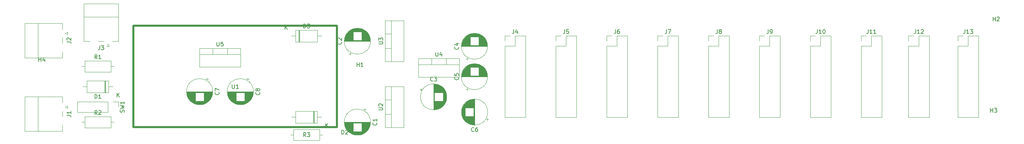
<source format=gbr>
%TF.GenerationSoftware,KiCad,Pcbnew,5.1.6*%
%TF.CreationDate,2020-09-08T23:32:54+02:00*%
%TF.ProjectId,psu,7073752e-6b69-4636-9164-5f7063625858,rev?*%
%TF.SameCoordinates,Original*%
%TF.FileFunction,Legend,Top*%
%TF.FilePolarity,Positive*%
%FSLAX46Y46*%
G04 Gerber Fmt 4.6, Leading zero omitted, Abs format (unit mm)*
G04 Created by KiCad (PCBNEW 5.1.6) date 2020-09-08 23:32:54*
%MOMM*%
%LPD*%
G01*
G04 APERTURE LIST*
%ADD10C,0.120000*%
%ADD11C,0.500000*%
%ADD12C,0.150000*%
G04 APERTURE END LIST*
D10*
%TO.C,U5*%
X88211000Y-81820000D02*
X88211000Y-83330000D01*
X84510000Y-81820000D02*
X84510000Y-83330000D01*
X81240000Y-83330000D02*
X91480000Y-83330000D01*
X91480000Y-81820000D02*
X91480000Y-86461000D01*
X81240000Y-81820000D02*
X81240000Y-86461000D01*
X81240000Y-86461000D02*
X91480000Y-86461000D01*
X81240000Y-81820000D02*
X91480000Y-81820000D01*
%TO.C,R3*%
X111990000Y-103505000D02*
X111220000Y-103505000D01*
X103910000Y-103505000D02*
X104680000Y-103505000D01*
X111220000Y-102135000D02*
X104680000Y-102135000D01*
X111220000Y-104875000D02*
X111220000Y-102135000D01*
X104680000Y-104875000D02*
X111220000Y-104875000D01*
X104680000Y-102135000D02*
X104680000Y-104875000D01*
%TO.C,R2*%
X59920000Y-100330000D02*
X59150000Y-100330000D01*
X51840000Y-100330000D02*
X52610000Y-100330000D01*
X59150000Y-98960000D02*
X52610000Y-98960000D01*
X59150000Y-101700000D02*
X59150000Y-98960000D01*
X52610000Y-101700000D02*
X59150000Y-101700000D01*
X52610000Y-98960000D02*
X52610000Y-101700000D01*
%TO.C,D3*%
X106010000Y-77270000D02*
X106010000Y-80210000D01*
X106250000Y-77270000D02*
X106250000Y-80210000D01*
X106130000Y-77270000D02*
X106130000Y-80210000D01*
X111690000Y-78740000D02*
X110670000Y-78740000D01*
X104210000Y-78740000D02*
X105230000Y-78740000D01*
X110670000Y-77270000D02*
X105230000Y-77270000D01*
X110670000Y-80210000D02*
X110670000Y-77270000D01*
X105230000Y-80210000D02*
X110670000Y-80210000D01*
X105230000Y-77270000D02*
X105230000Y-80210000D01*
%TO.C,D2*%
X109890000Y-100530000D02*
X109890000Y-97590000D01*
X109650000Y-100530000D02*
X109650000Y-97590000D01*
X109770000Y-100530000D02*
X109770000Y-97590000D01*
X104210000Y-99060000D02*
X105230000Y-99060000D01*
X111690000Y-99060000D02*
X110670000Y-99060000D01*
X105230000Y-100530000D02*
X110670000Y-100530000D01*
X105230000Y-97590000D02*
X105230000Y-100530000D01*
X110670000Y-97590000D02*
X105230000Y-97590000D01*
X110670000Y-100530000D02*
X110670000Y-97590000D01*
%TO.C,C8*%
X93594000Y-89504759D02*
X92964000Y-89504759D01*
X93279000Y-89189759D02*
X93279000Y-89819759D01*
X91842000Y-95931000D02*
X91038000Y-95931000D01*
X92073000Y-95891000D02*
X90807000Y-95891000D01*
X92242000Y-95851000D02*
X90638000Y-95851000D01*
X92380000Y-95811000D02*
X90500000Y-95811000D01*
X92499000Y-95771000D02*
X90381000Y-95771000D01*
X92605000Y-95731000D02*
X90275000Y-95731000D01*
X92702000Y-95691000D02*
X90178000Y-95691000D01*
X92790000Y-95651000D02*
X90090000Y-95651000D01*
X92872000Y-95611000D02*
X90008000Y-95611000D01*
X92949000Y-95571000D02*
X89931000Y-95571000D01*
X93021000Y-95531000D02*
X89859000Y-95531000D01*
X93090000Y-95491000D02*
X89790000Y-95491000D01*
X93154000Y-95451000D02*
X89726000Y-95451000D01*
X93216000Y-95411000D02*
X89664000Y-95411000D01*
X93274000Y-95371000D02*
X89606000Y-95371000D01*
X93330000Y-95331000D02*
X89550000Y-95331000D01*
X93384000Y-95291000D02*
X89496000Y-95291000D01*
X93435000Y-95251000D02*
X89445000Y-95251000D01*
X93484000Y-95211000D02*
X89396000Y-95211000D01*
X93532000Y-95171000D02*
X89348000Y-95171000D01*
X93577000Y-95131000D02*
X89303000Y-95131000D01*
X93622000Y-95091000D02*
X89258000Y-95091000D01*
X93664000Y-95051000D02*
X89216000Y-95051000D01*
X93705000Y-95011000D02*
X89175000Y-95011000D01*
X90400000Y-94971000D02*
X89135000Y-94971000D01*
X93745000Y-94971000D02*
X92480000Y-94971000D01*
X90400000Y-94931000D02*
X89097000Y-94931000D01*
X93783000Y-94931000D02*
X92480000Y-94931000D01*
X90400000Y-94891000D02*
X89060000Y-94891000D01*
X93820000Y-94891000D02*
X92480000Y-94891000D01*
X90400000Y-94851000D02*
X89024000Y-94851000D01*
X93856000Y-94851000D02*
X92480000Y-94851000D01*
X90400000Y-94811000D02*
X88990000Y-94811000D01*
X93890000Y-94811000D02*
X92480000Y-94811000D01*
X90400000Y-94771000D02*
X88956000Y-94771000D01*
X93924000Y-94771000D02*
X92480000Y-94771000D01*
X90400000Y-94731000D02*
X88924000Y-94731000D01*
X93956000Y-94731000D02*
X92480000Y-94731000D01*
X90400000Y-94691000D02*
X88892000Y-94691000D01*
X93988000Y-94691000D02*
X92480000Y-94691000D01*
X90400000Y-94651000D02*
X88862000Y-94651000D01*
X94018000Y-94651000D02*
X92480000Y-94651000D01*
X90400000Y-94611000D02*
X88833000Y-94611000D01*
X94047000Y-94611000D02*
X92480000Y-94611000D01*
X90400000Y-94571000D02*
X88804000Y-94571000D01*
X94076000Y-94571000D02*
X92480000Y-94571000D01*
X90400000Y-94531000D02*
X88776000Y-94531000D01*
X94104000Y-94531000D02*
X92480000Y-94531000D01*
X90400000Y-94491000D02*
X88750000Y-94491000D01*
X94130000Y-94491000D02*
X92480000Y-94491000D01*
X90400000Y-94451000D02*
X88724000Y-94451000D01*
X94156000Y-94451000D02*
X92480000Y-94451000D01*
X90400000Y-94411000D02*
X88698000Y-94411000D01*
X94182000Y-94411000D02*
X92480000Y-94411000D01*
X90400000Y-94371000D02*
X88674000Y-94371000D01*
X94206000Y-94371000D02*
X92480000Y-94371000D01*
X90400000Y-94331000D02*
X88650000Y-94331000D01*
X94230000Y-94331000D02*
X92480000Y-94331000D01*
X90400000Y-94291000D02*
X88628000Y-94291000D01*
X94252000Y-94291000D02*
X92480000Y-94291000D01*
X90400000Y-94251000D02*
X88606000Y-94251000D01*
X94274000Y-94251000D02*
X92480000Y-94251000D01*
X90400000Y-94211000D02*
X88584000Y-94211000D01*
X94296000Y-94211000D02*
X92480000Y-94211000D01*
X90400000Y-94171000D02*
X88564000Y-94171000D01*
X94316000Y-94171000D02*
X92480000Y-94171000D01*
X90400000Y-94131000D02*
X88544000Y-94131000D01*
X94336000Y-94131000D02*
X92480000Y-94131000D01*
X90400000Y-94091000D02*
X88524000Y-94091000D01*
X94356000Y-94091000D02*
X92480000Y-94091000D01*
X90400000Y-94051000D02*
X88506000Y-94051000D01*
X94374000Y-94051000D02*
X92480000Y-94051000D01*
X90400000Y-94011000D02*
X88488000Y-94011000D01*
X94392000Y-94011000D02*
X92480000Y-94011000D01*
X90400000Y-93971000D02*
X88470000Y-93971000D01*
X94410000Y-93971000D02*
X92480000Y-93971000D01*
X90400000Y-93931000D02*
X88454000Y-93931000D01*
X94426000Y-93931000D02*
X92480000Y-93931000D01*
X90400000Y-93891000D02*
X88438000Y-93891000D01*
X94442000Y-93891000D02*
X92480000Y-93891000D01*
X90400000Y-93851000D02*
X88422000Y-93851000D01*
X94458000Y-93851000D02*
X92480000Y-93851000D01*
X90400000Y-93811000D02*
X88407000Y-93811000D01*
X94473000Y-93811000D02*
X92480000Y-93811000D01*
X90400000Y-93771000D02*
X88393000Y-93771000D01*
X94487000Y-93771000D02*
X92480000Y-93771000D01*
X90400000Y-93731000D02*
X88379000Y-93731000D01*
X94501000Y-93731000D02*
X92480000Y-93731000D01*
X90400000Y-93691000D02*
X88366000Y-93691000D01*
X94514000Y-93691000D02*
X92480000Y-93691000D01*
X90400000Y-93651000D02*
X88354000Y-93651000D01*
X94526000Y-93651000D02*
X92480000Y-93651000D01*
X90400000Y-93611000D02*
X88342000Y-93611000D01*
X94538000Y-93611000D02*
X92480000Y-93611000D01*
X90400000Y-93571000D02*
X88330000Y-93571000D01*
X94550000Y-93571000D02*
X92480000Y-93571000D01*
X90400000Y-93531000D02*
X88319000Y-93531000D01*
X94561000Y-93531000D02*
X92480000Y-93531000D01*
X90400000Y-93491000D02*
X88309000Y-93491000D01*
X94571000Y-93491000D02*
X92480000Y-93491000D01*
X90400000Y-93451000D02*
X88299000Y-93451000D01*
X94581000Y-93451000D02*
X92480000Y-93451000D01*
X90400000Y-93411000D02*
X88290000Y-93411000D01*
X94590000Y-93411000D02*
X92480000Y-93411000D01*
X90400000Y-93370000D02*
X88281000Y-93370000D01*
X94599000Y-93370000D02*
X92480000Y-93370000D01*
X90400000Y-93330000D02*
X88273000Y-93330000D01*
X94607000Y-93330000D02*
X92480000Y-93330000D01*
X90400000Y-93290000D02*
X88265000Y-93290000D01*
X94615000Y-93290000D02*
X92480000Y-93290000D01*
X90400000Y-93250000D02*
X88258000Y-93250000D01*
X94622000Y-93250000D02*
X92480000Y-93250000D01*
X90400000Y-93210000D02*
X88251000Y-93210000D01*
X94629000Y-93210000D02*
X92480000Y-93210000D01*
X90400000Y-93170000D02*
X88245000Y-93170000D01*
X94635000Y-93170000D02*
X92480000Y-93170000D01*
X90400000Y-93130000D02*
X88239000Y-93130000D01*
X94641000Y-93130000D02*
X92480000Y-93130000D01*
X90400000Y-93090000D02*
X88234000Y-93090000D01*
X94646000Y-93090000D02*
X92480000Y-93090000D01*
X90400000Y-93050000D02*
X88229000Y-93050000D01*
X94651000Y-93050000D02*
X92480000Y-93050000D01*
X90400000Y-93010000D02*
X88225000Y-93010000D01*
X94655000Y-93010000D02*
X92480000Y-93010000D01*
X90400000Y-92970000D02*
X88222000Y-92970000D01*
X94658000Y-92970000D02*
X92480000Y-92970000D01*
X90400000Y-92930000D02*
X88218000Y-92930000D01*
X94662000Y-92930000D02*
X92480000Y-92930000D01*
X94664000Y-92890000D02*
X88216000Y-92890000D01*
X94667000Y-92850000D02*
X88213000Y-92850000D01*
X94668000Y-92810000D02*
X88212000Y-92810000D01*
X94670000Y-92770000D02*
X88210000Y-92770000D01*
X94670000Y-92730000D02*
X88210000Y-92730000D01*
X94670000Y-92690000D02*
X88210000Y-92690000D01*
X94710000Y-92690000D02*
G75*
G03*
X94710000Y-92690000I-3270000J0D01*
G01*
%TO.C,C7*%
X83434000Y-89504759D02*
X82804000Y-89504759D01*
X83119000Y-89189759D02*
X83119000Y-89819759D01*
X81682000Y-95931000D02*
X80878000Y-95931000D01*
X81913000Y-95891000D02*
X80647000Y-95891000D01*
X82082000Y-95851000D02*
X80478000Y-95851000D01*
X82220000Y-95811000D02*
X80340000Y-95811000D01*
X82339000Y-95771000D02*
X80221000Y-95771000D01*
X82445000Y-95731000D02*
X80115000Y-95731000D01*
X82542000Y-95691000D02*
X80018000Y-95691000D01*
X82630000Y-95651000D02*
X79930000Y-95651000D01*
X82712000Y-95611000D02*
X79848000Y-95611000D01*
X82789000Y-95571000D02*
X79771000Y-95571000D01*
X82861000Y-95531000D02*
X79699000Y-95531000D01*
X82930000Y-95491000D02*
X79630000Y-95491000D01*
X82994000Y-95451000D02*
X79566000Y-95451000D01*
X83056000Y-95411000D02*
X79504000Y-95411000D01*
X83114000Y-95371000D02*
X79446000Y-95371000D01*
X83170000Y-95331000D02*
X79390000Y-95331000D01*
X83224000Y-95291000D02*
X79336000Y-95291000D01*
X83275000Y-95251000D02*
X79285000Y-95251000D01*
X83324000Y-95211000D02*
X79236000Y-95211000D01*
X83372000Y-95171000D02*
X79188000Y-95171000D01*
X83417000Y-95131000D02*
X79143000Y-95131000D01*
X83462000Y-95091000D02*
X79098000Y-95091000D01*
X83504000Y-95051000D02*
X79056000Y-95051000D01*
X83545000Y-95011000D02*
X79015000Y-95011000D01*
X80240000Y-94971000D02*
X78975000Y-94971000D01*
X83585000Y-94971000D02*
X82320000Y-94971000D01*
X80240000Y-94931000D02*
X78937000Y-94931000D01*
X83623000Y-94931000D02*
X82320000Y-94931000D01*
X80240000Y-94891000D02*
X78900000Y-94891000D01*
X83660000Y-94891000D02*
X82320000Y-94891000D01*
X80240000Y-94851000D02*
X78864000Y-94851000D01*
X83696000Y-94851000D02*
X82320000Y-94851000D01*
X80240000Y-94811000D02*
X78830000Y-94811000D01*
X83730000Y-94811000D02*
X82320000Y-94811000D01*
X80240000Y-94771000D02*
X78796000Y-94771000D01*
X83764000Y-94771000D02*
X82320000Y-94771000D01*
X80240000Y-94731000D02*
X78764000Y-94731000D01*
X83796000Y-94731000D02*
X82320000Y-94731000D01*
X80240000Y-94691000D02*
X78732000Y-94691000D01*
X83828000Y-94691000D02*
X82320000Y-94691000D01*
X80240000Y-94651000D02*
X78702000Y-94651000D01*
X83858000Y-94651000D02*
X82320000Y-94651000D01*
X80240000Y-94611000D02*
X78673000Y-94611000D01*
X83887000Y-94611000D02*
X82320000Y-94611000D01*
X80240000Y-94571000D02*
X78644000Y-94571000D01*
X83916000Y-94571000D02*
X82320000Y-94571000D01*
X80240000Y-94531000D02*
X78616000Y-94531000D01*
X83944000Y-94531000D02*
X82320000Y-94531000D01*
X80240000Y-94491000D02*
X78590000Y-94491000D01*
X83970000Y-94491000D02*
X82320000Y-94491000D01*
X80240000Y-94451000D02*
X78564000Y-94451000D01*
X83996000Y-94451000D02*
X82320000Y-94451000D01*
X80240000Y-94411000D02*
X78538000Y-94411000D01*
X84022000Y-94411000D02*
X82320000Y-94411000D01*
X80240000Y-94371000D02*
X78514000Y-94371000D01*
X84046000Y-94371000D02*
X82320000Y-94371000D01*
X80240000Y-94331000D02*
X78490000Y-94331000D01*
X84070000Y-94331000D02*
X82320000Y-94331000D01*
X80240000Y-94291000D02*
X78468000Y-94291000D01*
X84092000Y-94291000D02*
X82320000Y-94291000D01*
X80240000Y-94251000D02*
X78446000Y-94251000D01*
X84114000Y-94251000D02*
X82320000Y-94251000D01*
X80240000Y-94211000D02*
X78424000Y-94211000D01*
X84136000Y-94211000D02*
X82320000Y-94211000D01*
X80240000Y-94171000D02*
X78404000Y-94171000D01*
X84156000Y-94171000D02*
X82320000Y-94171000D01*
X80240000Y-94131000D02*
X78384000Y-94131000D01*
X84176000Y-94131000D02*
X82320000Y-94131000D01*
X80240000Y-94091000D02*
X78364000Y-94091000D01*
X84196000Y-94091000D02*
X82320000Y-94091000D01*
X80240000Y-94051000D02*
X78346000Y-94051000D01*
X84214000Y-94051000D02*
X82320000Y-94051000D01*
X80240000Y-94011000D02*
X78328000Y-94011000D01*
X84232000Y-94011000D02*
X82320000Y-94011000D01*
X80240000Y-93971000D02*
X78310000Y-93971000D01*
X84250000Y-93971000D02*
X82320000Y-93971000D01*
X80240000Y-93931000D02*
X78294000Y-93931000D01*
X84266000Y-93931000D02*
X82320000Y-93931000D01*
X80240000Y-93891000D02*
X78278000Y-93891000D01*
X84282000Y-93891000D02*
X82320000Y-93891000D01*
X80240000Y-93851000D02*
X78262000Y-93851000D01*
X84298000Y-93851000D02*
X82320000Y-93851000D01*
X80240000Y-93811000D02*
X78247000Y-93811000D01*
X84313000Y-93811000D02*
X82320000Y-93811000D01*
X80240000Y-93771000D02*
X78233000Y-93771000D01*
X84327000Y-93771000D02*
X82320000Y-93771000D01*
X80240000Y-93731000D02*
X78219000Y-93731000D01*
X84341000Y-93731000D02*
X82320000Y-93731000D01*
X80240000Y-93691000D02*
X78206000Y-93691000D01*
X84354000Y-93691000D02*
X82320000Y-93691000D01*
X80240000Y-93651000D02*
X78194000Y-93651000D01*
X84366000Y-93651000D02*
X82320000Y-93651000D01*
X80240000Y-93611000D02*
X78182000Y-93611000D01*
X84378000Y-93611000D02*
X82320000Y-93611000D01*
X80240000Y-93571000D02*
X78170000Y-93571000D01*
X84390000Y-93571000D02*
X82320000Y-93571000D01*
X80240000Y-93531000D02*
X78159000Y-93531000D01*
X84401000Y-93531000D02*
X82320000Y-93531000D01*
X80240000Y-93491000D02*
X78149000Y-93491000D01*
X84411000Y-93491000D02*
X82320000Y-93491000D01*
X80240000Y-93451000D02*
X78139000Y-93451000D01*
X84421000Y-93451000D02*
X82320000Y-93451000D01*
X80240000Y-93411000D02*
X78130000Y-93411000D01*
X84430000Y-93411000D02*
X82320000Y-93411000D01*
X80240000Y-93370000D02*
X78121000Y-93370000D01*
X84439000Y-93370000D02*
X82320000Y-93370000D01*
X80240000Y-93330000D02*
X78113000Y-93330000D01*
X84447000Y-93330000D02*
X82320000Y-93330000D01*
X80240000Y-93290000D02*
X78105000Y-93290000D01*
X84455000Y-93290000D02*
X82320000Y-93290000D01*
X80240000Y-93250000D02*
X78098000Y-93250000D01*
X84462000Y-93250000D02*
X82320000Y-93250000D01*
X80240000Y-93210000D02*
X78091000Y-93210000D01*
X84469000Y-93210000D02*
X82320000Y-93210000D01*
X80240000Y-93170000D02*
X78085000Y-93170000D01*
X84475000Y-93170000D02*
X82320000Y-93170000D01*
X80240000Y-93130000D02*
X78079000Y-93130000D01*
X84481000Y-93130000D02*
X82320000Y-93130000D01*
X80240000Y-93090000D02*
X78074000Y-93090000D01*
X84486000Y-93090000D02*
X82320000Y-93090000D01*
X80240000Y-93050000D02*
X78069000Y-93050000D01*
X84491000Y-93050000D02*
X82320000Y-93050000D01*
X80240000Y-93010000D02*
X78065000Y-93010000D01*
X84495000Y-93010000D02*
X82320000Y-93010000D01*
X80240000Y-92970000D02*
X78062000Y-92970000D01*
X84498000Y-92970000D02*
X82320000Y-92970000D01*
X80240000Y-92930000D02*
X78058000Y-92930000D01*
X84502000Y-92930000D02*
X82320000Y-92930000D01*
X84504000Y-92890000D02*
X78056000Y-92890000D01*
X84507000Y-92850000D02*
X78053000Y-92850000D01*
X84508000Y-92810000D02*
X78052000Y-92810000D01*
X84510000Y-92770000D02*
X78050000Y-92770000D01*
X84510000Y-92730000D02*
X78050000Y-92730000D01*
X84510000Y-92690000D02*
X78050000Y-92690000D01*
X84550000Y-92690000D02*
G75*
G03*
X84550000Y-92690000I-3270000J0D01*
G01*
%TO.C,J3*%
X58720000Y-81340000D02*
X58120000Y-81340000D01*
X58420000Y-80740000D02*
X58720000Y-81340000D01*
X58120000Y-81340000D02*
X58420000Y-80740000D01*
X60980000Y-73940000D02*
X52360000Y-73940000D01*
X57370000Y-80050000D02*
X55970000Y-80050000D01*
X52360000Y-80050000D02*
X53870000Y-80050000D01*
X60980000Y-80050000D02*
X59470000Y-80050000D01*
X52360000Y-70630000D02*
X52360000Y-80050000D01*
X60980000Y-70630000D02*
X52360000Y-70630000D01*
X60980000Y-80050000D02*
X60980000Y-70630000D01*
%TO.C,J2*%
X48320000Y-77805000D02*
X48320000Y-78405000D01*
X47720000Y-78105000D02*
X48320000Y-77805000D01*
X48320000Y-78405000D02*
X47720000Y-78105000D01*
X40920000Y-75545000D02*
X40920000Y-84165000D01*
X47030000Y-79155000D02*
X47030000Y-80555000D01*
X47030000Y-84165000D02*
X47030000Y-82655000D01*
X47030000Y-75545000D02*
X47030000Y-77055000D01*
X37610000Y-84165000D02*
X47030000Y-84165000D01*
X37610000Y-75545000D02*
X37610000Y-84165000D01*
X47030000Y-75545000D02*
X37610000Y-75545000D01*
%TO.C,J1*%
X48320000Y-96220000D02*
X48320000Y-96820000D01*
X47720000Y-96520000D02*
X48320000Y-96220000D01*
X48320000Y-96820000D02*
X47720000Y-96520000D01*
X40920000Y-93960000D02*
X40920000Y-102580000D01*
X47030000Y-97570000D02*
X47030000Y-98970000D01*
X47030000Y-102580000D02*
X47030000Y-101070000D01*
X47030000Y-93960000D02*
X47030000Y-95470000D01*
X37610000Y-102580000D02*
X47030000Y-102580000D01*
X37610000Y-93960000D02*
X37610000Y-102580000D01*
X47030000Y-93960000D02*
X37610000Y-93960000D01*
%TO.C,U3*%
X127540000Y-85130000D02*
X127540000Y-74890000D01*
X132181000Y-85130000D02*
X132181000Y-74890000D01*
X127540000Y-85130000D02*
X132181000Y-85130000D01*
X127540000Y-74890000D02*
X132181000Y-74890000D01*
X129050000Y-85130000D02*
X129050000Y-74890000D01*
X127540000Y-81860000D02*
X129050000Y-81860000D01*
X127540000Y-78159000D02*
X129050000Y-78159000D01*
%TO.C,U2*%
X127540000Y-101640000D02*
X127540000Y-91400000D01*
X132181000Y-101640000D02*
X132181000Y-91400000D01*
X127540000Y-101640000D02*
X132181000Y-101640000D01*
X127540000Y-91400000D02*
X132181000Y-91400000D01*
X129050000Y-101640000D02*
X129050000Y-91400000D01*
X127540000Y-98370000D02*
X129050000Y-98370000D01*
X127540000Y-94669000D02*
X129050000Y-94669000D01*
%TO.C,J13*%
X270450000Y-99120000D02*
X275650000Y-99120000D01*
X270450000Y-81280000D02*
X270450000Y-99120000D01*
X275650000Y-78680000D02*
X275650000Y-99120000D01*
X270450000Y-81280000D02*
X273050000Y-81280000D01*
X273050000Y-81280000D02*
X273050000Y-78680000D01*
X273050000Y-78680000D02*
X275650000Y-78680000D01*
X270450000Y-80010000D02*
X270450000Y-78680000D01*
X270450000Y-78680000D02*
X271780000Y-78680000D01*
%TO.C,J12*%
X258154759Y-99120000D02*
X263354759Y-99120000D01*
X258154759Y-81280000D02*
X258154759Y-99120000D01*
X263354759Y-78680000D02*
X263354759Y-99120000D01*
X258154759Y-81280000D02*
X260754759Y-81280000D01*
X260754759Y-81280000D02*
X260754759Y-78680000D01*
X260754759Y-78680000D02*
X263354759Y-78680000D01*
X258154759Y-80010000D02*
X258154759Y-78680000D01*
X258154759Y-78680000D02*
X259484759Y-78680000D01*
%TO.C,J11*%
X246320000Y-99120000D02*
X251520000Y-99120000D01*
X246320000Y-81280000D02*
X246320000Y-99120000D01*
X251520000Y-78680000D02*
X251520000Y-99120000D01*
X246320000Y-81280000D02*
X248920000Y-81280000D01*
X248920000Y-81280000D02*
X248920000Y-78680000D01*
X248920000Y-78680000D02*
X251520000Y-78680000D01*
X246320000Y-80010000D02*
X246320000Y-78680000D01*
X246320000Y-78680000D02*
X247650000Y-78680000D01*
%TO.C,J10*%
X233620000Y-99120000D02*
X238820000Y-99120000D01*
X233620000Y-81280000D02*
X233620000Y-99120000D01*
X238820000Y-78680000D02*
X238820000Y-99120000D01*
X233620000Y-81280000D02*
X236220000Y-81280000D01*
X236220000Y-81280000D02*
X236220000Y-78680000D01*
X236220000Y-78680000D02*
X238820000Y-78680000D01*
X233620000Y-80010000D02*
X233620000Y-78680000D01*
X233620000Y-78680000D02*
X234950000Y-78680000D01*
%TO.C,J9*%
X220920000Y-99120000D02*
X226120000Y-99120000D01*
X220920000Y-81280000D02*
X220920000Y-99120000D01*
X226120000Y-78680000D02*
X226120000Y-99120000D01*
X220920000Y-81280000D02*
X223520000Y-81280000D01*
X223520000Y-81280000D02*
X223520000Y-78680000D01*
X223520000Y-78680000D02*
X226120000Y-78680000D01*
X220920000Y-80010000D02*
X220920000Y-78680000D01*
X220920000Y-78680000D02*
X222250000Y-78680000D01*
%TO.C,J8*%
X208220000Y-99120000D02*
X213420000Y-99120000D01*
X208220000Y-81280000D02*
X208220000Y-99120000D01*
X213420000Y-78680000D02*
X213420000Y-99120000D01*
X208220000Y-81280000D02*
X210820000Y-81280000D01*
X210820000Y-81280000D02*
X210820000Y-78680000D01*
X210820000Y-78680000D02*
X213420000Y-78680000D01*
X208220000Y-80010000D02*
X208220000Y-78680000D01*
X208220000Y-78680000D02*
X209550000Y-78680000D01*
%TO.C,J7*%
X195520000Y-99120000D02*
X200720000Y-99120000D01*
X195520000Y-81280000D02*
X195520000Y-99120000D01*
X200720000Y-78680000D02*
X200720000Y-99120000D01*
X195520000Y-81280000D02*
X198120000Y-81280000D01*
X198120000Y-81280000D02*
X198120000Y-78680000D01*
X198120000Y-78680000D02*
X200720000Y-78680000D01*
X195520000Y-80010000D02*
X195520000Y-78680000D01*
X195520000Y-78680000D02*
X196850000Y-78680000D01*
%TO.C,J6*%
X182820000Y-99120000D02*
X188020000Y-99120000D01*
X182820000Y-81280000D02*
X182820000Y-99120000D01*
X188020000Y-78680000D02*
X188020000Y-99120000D01*
X182820000Y-81280000D02*
X185420000Y-81280000D01*
X185420000Y-81280000D02*
X185420000Y-78680000D01*
X185420000Y-78680000D02*
X188020000Y-78680000D01*
X182820000Y-80010000D02*
X182820000Y-78680000D01*
X182820000Y-78680000D02*
X184150000Y-78680000D01*
%TO.C,J5*%
X170120000Y-99120000D02*
X175320000Y-99120000D01*
X170120000Y-81280000D02*
X170120000Y-99120000D01*
X175320000Y-78680000D02*
X175320000Y-99120000D01*
X170120000Y-81280000D02*
X172720000Y-81280000D01*
X172720000Y-81280000D02*
X172720000Y-78680000D01*
X172720000Y-78680000D02*
X175320000Y-78680000D01*
X170120000Y-80010000D02*
X170120000Y-78680000D01*
X170120000Y-78680000D02*
X171450000Y-78680000D01*
%TO.C,J4*%
X157420000Y-99120000D02*
X162620000Y-99120000D01*
X157420000Y-81280000D02*
X157420000Y-99120000D01*
X162620000Y-78680000D02*
X162620000Y-99120000D01*
X157420000Y-81280000D02*
X160020000Y-81280000D01*
X160020000Y-81280000D02*
X160020000Y-78680000D01*
X160020000Y-78680000D02*
X162620000Y-78680000D01*
X157420000Y-80010000D02*
X157420000Y-78680000D01*
X157420000Y-78680000D02*
X158750000Y-78680000D01*
%TO.C,C6*%
X153150000Y-97790000D02*
G75*
G03*
X153150000Y-97790000I-3270000J0D01*
G01*
X149880000Y-101020000D02*
X149880000Y-94560000D01*
X149840000Y-101020000D02*
X149840000Y-94560000D01*
X149800000Y-101020000D02*
X149800000Y-94560000D01*
X149760000Y-101018000D02*
X149760000Y-94562000D01*
X149720000Y-101017000D02*
X149720000Y-94563000D01*
X149680000Y-101014000D02*
X149680000Y-94566000D01*
X149640000Y-101012000D02*
X149640000Y-98830000D01*
X149640000Y-96750000D02*
X149640000Y-94568000D01*
X149600000Y-101008000D02*
X149600000Y-98830000D01*
X149600000Y-96750000D02*
X149600000Y-94572000D01*
X149560000Y-101005000D02*
X149560000Y-98830000D01*
X149560000Y-96750000D02*
X149560000Y-94575000D01*
X149520000Y-101001000D02*
X149520000Y-98830000D01*
X149520000Y-96750000D02*
X149520000Y-94579000D01*
X149480000Y-100996000D02*
X149480000Y-98830000D01*
X149480000Y-96750000D02*
X149480000Y-94584000D01*
X149440000Y-100991000D02*
X149440000Y-98830000D01*
X149440000Y-96750000D02*
X149440000Y-94589000D01*
X149400000Y-100985000D02*
X149400000Y-98830000D01*
X149400000Y-96750000D02*
X149400000Y-94595000D01*
X149360000Y-100979000D02*
X149360000Y-98830000D01*
X149360000Y-96750000D02*
X149360000Y-94601000D01*
X149320000Y-100972000D02*
X149320000Y-98830000D01*
X149320000Y-96750000D02*
X149320000Y-94608000D01*
X149280000Y-100965000D02*
X149280000Y-98830000D01*
X149280000Y-96750000D02*
X149280000Y-94615000D01*
X149240000Y-100957000D02*
X149240000Y-98830000D01*
X149240000Y-96750000D02*
X149240000Y-94623000D01*
X149200000Y-100949000D02*
X149200000Y-98830000D01*
X149200000Y-96750000D02*
X149200000Y-94631000D01*
X149159000Y-100940000D02*
X149159000Y-98830000D01*
X149159000Y-96750000D02*
X149159000Y-94640000D01*
X149119000Y-100931000D02*
X149119000Y-98830000D01*
X149119000Y-96750000D02*
X149119000Y-94649000D01*
X149079000Y-100921000D02*
X149079000Y-98830000D01*
X149079000Y-96750000D02*
X149079000Y-94659000D01*
X149039000Y-100911000D02*
X149039000Y-98830000D01*
X149039000Y-96750000D02*
X149039000Y-94669000D01*
X148999000Y-100900000D02*
X148999000Y-98830000D01*
X148999000Y-96750000D02*
X148999000Y-94680000D01*
X148959000Y-100888000D02*
X148959000Y-98830000D01*
X148959000Y-96750000D02*
X148959000Y-94692000D01*
X148919000Y-100876000D02*
X148919000Y-98830000D01*
X148919000Y-96750000D02*
X148919000Y-94704000D01*
X148879000Y-100864000D02*
X148879000Y-98830000D01*
X148879000Y-96750000D02*
X148879000Y-94716000D01*
X148839000Y-100851000D02*
X148839000Y-98830000D01*
X148839000Y-96750000D02*
X148839000Y-94729000D01*
X148799000Y-100837000D02*
X148799000Y-98830000D01*
X148799000Y-96750000D02*
X148799000Y-94743000D01*
X148759000Y-100823000D02*
X148759000Y-98830000D01*
X148759000Y-96750000D02*
X148759000Y-94757000D01*
X148719000Y-100808000D02*
X148719000Y-98830000D01*
X148719000Y-96750000D02*
X148719000Y-94772000D01*
X148679000Y-100792000D02*
X148679000Y-98830000D01*
X148679000Y-96750000D02*
X148679000Y-94788000D01*
X148639000Y-100776000D02*
X148639000Y-98830000D01*
X148639000Y-96750000D02*
X148639000Y-94804000D01*
X148599000Y-100760000D02*
X148599000Y-98830000D01*
X148599000Y-96750000D02*
X148599000Y-94820000D01*
X148559000Y-100742000D02*
X148559000Y-98830000D01*
X148559000Y-96750000D02*
X148559000Y-94838000D01*
X148519000Y-100724000D02*
X148519000Y-98830000D01*
X148519000Y-96750000D02*
X148519000Y-94856000D01*
X148479000Y-100706000D02*
X148479000Y-98830000D01*
X148479000Y-96750000D02*
X148479000Y-94874000D01*
X148439000Y-100686000D02*
X148439000Y-98830000D01*
X148439000Y-96750000D02*
X148439000Y-94894000D01*
X148399000Y-100666000D02*
X148399000Y-98830000D01*
X148399000Y-96750000D02*
X148399000Y-94914000D01*
X148359000Y-100646000D02*
X148359000Y-98830000D01*
X148359000Y-96750000D02*
X148359000Y-94934000D01*
X148319000Y-100624000D02*
X148319000Y-98830000D01*
X148319000Y-96750000D02*
X148319000Y-94956000D01*
X148279000Y-100602000D02*
X148279000Y-98830000D01*
X148279000Y-96750000D02*
X148279000Y-94978000D01*
X148239000Y-100580000D02*
X148239000Y-98830000D01*
X148239000Y-96750000D02*
X148239000Y-95000000D01*
X148199000Y-100556000D02*
X148199000Y-98830000D01*
X148199000Y-96750000D02*
X148199000Y-95024000D01*
X148159000Y-100532000D02*
X148159000Y-98830000D01*
X148159000Y-96750000D02*
X148159000Y-95048000D01*
X148119000Y-100506000D02*
X148119000Y-98830000D01*
X148119000Y-96750000D02*
X148119000Y-95074000D01*
X148079000Y-100480000D02*
X148079000Y-98830000D01*
X148079000Y-96750000D02*
X148079000Y-95100000D01*
X148039000Y-100454000D02*
X148039000Y-98830000D01*
X148039000Y-96750000D02*
X148039000Y-95126000D01*
X147999000Y-100426000D02*
X147999000Y-98830000D01*
X147999000Y-96750000D02*
X147999000Y-95154000D01*
X147959000Y-100397000D02*
X147959000Y-98830000D01*
X147959000Y-96750000D02*
X147959000Y-95183000D01*
X147919000Y-100368000D02*
X147919000Y-98830000D01*
X147919000Y-96750000D02*
X147919000Y-95212000D01*
X147879000Y-100338000D02*
X147879000Y-98830000D01*
X147879000Y-96750000D02*
X147879000Y-95242000D01*
X147839000Y-100306000D02*
X147839000Y-98830000D01*
X147839000Y-96750000D02*
X147839000Y-95274000D01*
X147799000Y-100274000D02*
X147799000Y-98830000D01*
X147799000Y-96750000D02*
X147799000Y-95306000D01*
X147759000Y-100240000D02*
X147759000Y-98830000D01*
X147759000Y-96750000D02*
X147759000Y-95340000D01*
X147719000Y-100206000D02*
X147719000Y-98830000D01*
X147719000Y-96750000D02*
X147719000Y-95374000D01*
X147679000Y-100170000D02*
X147679000Y-98830000D01*
X147679000Y-96750000D02*
X147679000Y-95410000D01*
X147639000Y-100133000D02*
X147639000Y-98830000D01*
X147639000Y-96750000D02*
X147639000Y-95447000D01*
X147599000Y-100095000D02*
X147599000Y-98830000D01*
X147599000Y-96750000D02*
X147599000Y-95485000D01*
X147559000Y-100055000D02*
X147559000Y-95525000D01*
X147519000Y-100014000D02*
X147519000Y-95566000D01*
X147479000Y-99972000D02*
X147479000Y-95608000D01*
X147439000Y-99927000D02*
X147439000Y-95653000D01*
X147399000Y-99882000D02*
X147399000Y-95698000D01*
X147359000Y-99834000D02*
X147359000Y-95746000D01*
X147319000Y-99785000D02*
X147319000Y-95795000D01*
X147279000Y-99734000D02*
X147279000Y-95846000D01*
X147239000Y-99680000D02*
X147239000Y-95900000D01*
X147199000Y-99624000D02*
X147199000Y-95956000D01*
X147159000Y-99566000D02*
X147159000Y-96014000D01*
X147119000Y-99504000D02*
X147119000Y-96076000D01*
X147079000Y-99440000D02*
X147079000Y-96140000D01*
X147039000Y-99371000D02*
X147039000Y-96209000D01*
X146999000Y-99299000D02*
X146999000Y-96281000D01*
X146959000Y-99222000D02*
X146959000Y-96358000D01*
X146919000Y-99140000D02*
X146919000Y-96440000D01*
X146879000Y-99052000D02*
X146879000Y-96528000D01*
X146839000Y-98955000D02*
X146839000Y-96625000D01*
X146799000Y-98849000D02*
X146799000Y-96731000D01*
X146759000Y-98730000D02*
X146759000Y-96850000D01*
X146719000Y-98592000D02*
X146719000Y-96988000D01*
X146679000Y-98423000D02*
X146679000Y-97157000D01*
X146639000Y-98192000D02*
X146639000Y-97388000D01*
X153380241Y-99629000D02*
X152750241Y-99629000D01*
X153065241Y-99944000D02*
X153065241Y-99314000D01*
%TO.C,U4*%
X135850000Y-84360000D02*
X146090000Y-84360000D01*
X135850000Y-89001000D02*
X146090000Y-89001000D01*
X135850000Y-84360000D02*
X135850000Y-89001000D01*
X146090000Y-84360000D02*
X146090000Y-89001000D01*
X135850000Y-85870000D02*
X146090000Y-85870000D01*
X139120000Y-84360000D02*
X139120000Y-85870000D01*
X142821000Y-84360000D02*
X142821000Y-85870000D01*
D11*
%TO.C,U1*%
X115570000Y-76200000D02*
X115570000Y-101600000D01*
X115570000Y-101600000D02*
X64770000Y-101600000D01*
X64770000Y-101600000D02*
X64770000Y-76200000D01*
X64770000Y-76200000D02*
X115570000Y-76200000D01*
D10*
%TO.C,SW1*%
X50740000Y-95190000D02*
X50740000Y-97850000D01*
X58420000Y-95190000D02*
X50740000Y-95190000D01*
X58420000Y-97850000D02*
X50740000Y-97850000D01*
X58420000Y-95190000D02*
X58420000Y-97850000D01*
X59690000Y-95190000D02*
X61020000Y-95190000D01*
X61020000Y-95190000D02*
X61020000Y-96520000D01*
%TO.C,R1*%
X52610000Y-84990000D02*
X52610000Y-87730000D01*
X52610000Y-87730000D02*
X59150000Y-87730000D01*
X59150000Y-87730000D02*
X59150000Y-84990000D01*
X59150000Y-84990000D02*
X52610000Y-84990000D01*
X51840000Y-86360000D02*
X52610000Y-86360000D01*
X59920000Y-86360000D02*
X59150000Y-86360000D01*
%TO.C,D1*%
X58600000Y-92910000D02*
X58600000Y-89970000D01*
X58600000Y-89970000D02*
X53160000Y-89970000D01*
X53160000Y-89970000D02*
X53160000Y-92910000D01*
X53160000Y-92910000D02*
X58600000Y-92910000D01*
X59620000Y-91440000D02*
X58600000Y-91440000D01*
X52140000Y-91440000D02*
X53160000Y-91440000D01*
X57700000Y-92910000D02*
X57700000Y-89970000D01*
X57580000Y-92910000D02*
X57580000Y-89970000D01*
X57820000Y-92910000D02*
X57820000Y-89970000D01*
%TO.C,C5*%
X153130000Y-88920000D02*
G75*
G03*
X153130000Y-88920000I-3270000J0D01*
G01*
X146630000Y-88920000D02*
X153090000Y-88920000D01*
X146630000Y-88880000D02*
X153090000Y-88880000D01*
X146630000Y-88840000D02*
X153090000Y-88840000D01*
X146632000Y-88800000D02*
X153088000Y-88800000D01*
X146633000Y-88760000D02*
X153087000Y-88760000D01*
X146636000Y-88720000D02*
X153084000Y-88720000D01*
X146638000Y-88680000D02*
X148820000Y-88680000D01*
X150900000Y-88680000D02*
X153082000Y-88680000D01*
X146642000Y-88640000D02*
X148820000Y-88640000D01*
X150900000Y-88640000D02*
X153078000Y-88640000D01*
X146645000Y-88600000D02*
X148820000Y-88600000D01*
X150900000Y-88600000D02*
X153075000Y-88600000D01*
X146649000Y-88560000D02*
X148820000Y-88560000D01*
X150900000Y-88560000D02*
X153071000Y-88560000D01*
X146654000Y-88520000D02*
X148820000Y-88520000D01*
X150900000Y-88520000D02*
X153066000Y-88520000D01*
X146659000Y-88480000D02*
X148820000Y-88480000D01*
X150900000Y-88480000D02*
X153061000Y-88480000D01*
X146665000Y-88440000D02*
X148820000Y-88440000D01*
X150900000Y-88440000D02*
X153055000Y-88440000D01*
X146671000Y-88400000D02*
X148820000Y-88400000D01*
X150900000Y-88400000D02*
X153049000Y-88400000D01*
X146678000Y-88360000D02*
X148820000Y-88360000D01*
X150900000Y-88360000D02*
X153042000Y-88360000D01*
X146685000Y-88320000D02*
X148820000Y-88320000D01*
X150900000Y-88320000D02*
X153035000Y-88320000D01*
X146693000Y-88280000D02*
X148820000Y-88280000D01*
X150900000Y-88280000D02*
X153027000Y-88280000D01*
X146701000Y-88240000D02*
X148820000Y-88240000D01*
X150900000Y-88240000D02*
X153019000Y-88240000D01*
X146710000Y-88199000D02*
X148820000Y-88199000D01*
X150900000Y-88199000D02*
X153010000Y-88199000D01*
X146719000Y-88159000D02*
X148820000Y-88159000D01*
X150900000Y-88159000D02*
X153001000Y-88159000D01*
X146729000Y-88119000D02*
X148820000Y-88119000D01*
X150900000Y-88119000D02*
X152991000Y-88119000D01*
X146739000Y-88079000D02*
X148820000Y-88079000D01*
X150900000Y-88079000D02*
X152981000Y-88079000D01*
X146750000Y-88039000D02*
X148820000Y-88039000D01*
X150900000Y-88039000D02*
X152970000Y-88039000D01*
X146762000Y-87999000D02*
X148820000Y-87999000D01*
X150900000Y-87999000D02*
X152958000Y-87999000D01*
X146774000Y-87959000D02*
X148820000Y-87959000D01*
X150900000Y-87959000D02*
X152946000Y-87959000D01*
X146786000Y-87919000D02*
X148820000Y-87919000D01*
X150900000Y-87919000D02*
X152934000Y-87919000D01*
X146799000Y-87879000D02*
X148820000Y-87879000D01*
X150900000Y-87879000D02*
X152921000Y-87879000D01*
X146813000Y-87839000D02*
X148820000Y-87839000D01*
X150900000Y-87839000D02*
X152907000Y-87839000D01*
X146827000Y-87799000D02*
X148820000Y-87799000D01*
X150900000Y-87799000D02*
X152893000Y-87799000D01*
X146842000Y-87759000D02*
X148820000Y-87759000D01*
X150900000Y-87759000D02*
X152878000Y-87759000D01*
X146858000Y-87719000D02*
X148820000Y-87719000D01*
X150900000Y-87719000D02*
X152862000Y-87719000D01*
X146874000Y-87679000D02*
X148820000Y-87679000D01*
X150900000Y-87679000D02*
X152846000Y-87679000D01*
X146890000Y-87639000D02*
X148820000Y-87639000D01*
X150900000Y-87639000D02*
X152830000Y-87639000D01*
X146908000Y-87599000D02*
X148820000Y-87599000D01*
X150900000Y-87599000D02*
X152812000Y-87599000D01*
X146926000Y-87559000D02*
X148820000Y-87559000D01*
X150900000Y-87559000D02*
X152794000Y-87559000D01*
X146944000Y-87519000D02*
X148820000Y-87519000D01*
X150900000Y-87519000D02*
X152776000Y-87519000D01*
X146964000Y-87479000D02*
X148820000Y-87479000D01*
X150900000Y-87479000D02*
X152756000Y-87479000D01*
X146984000Y-87439000D02*
X148820000Y-87439000D01*
X150900000Y-87439000D02*
X152736000Y-87439000D01*
X147004000Y-87399000D02*
X148820000Y-87399000D01*
X150900000Y-87399000D02*
X152716000Y-87399000D01*
X147026000Y-87359000D02*
X148820000Y-87359000D01*
X150900000Y-87359000D02*
X152694000Y-87359000D01*
X147048000Y-87319000D02*
X148820000Y-87319000D01*
X150900000Y-87319000D02*
X152672000Y-87319000D01*
X147070000Y-87279000D02*
X148820000Y-87279000D01*
X150900000Y-87279000D02*
X152650000Y-87279000D01*
X147094000Y-87239000D02*
X148820000Y-87239000D01*
X150900000Y-87239000D02*
X152626000Y-87239000D01*
X147118000Y-87199000D02*
X148820000Y-87199000D01*
X150900000Y-87199000D02*
X152602000Y-87199000D01*
X147144000Y-87159000D02*
X148820000Y-87159000D01*
X150900000Y-87159000D02*
X152576000Y-87159000D01*
X147170000Y-87119000D02*
X148820000Y-87119000D01*
X150900000Y-87119000D02*
X152550000Y-87119000D01*
X147196000Y-87079000D02*
X148820000Y-87079000D01*
X150900000Y-87079000D02*
X152524000Y-87079000D01*
X147224000Y-87039000D02*
X148820000Y-87039000D01*
X150900000Y-87039000D02*
X152496000Y-87039000D01*
X147253000Y-86999000D02*
X148820000Y-86999000D01*
X150900000Y-86999000D02*
X152467000Y-86999000D01*
X147282000Y-86959000D02*
X148820000Y-86959000D01*
X150900000Y-86959000D02*
X152438000Y-86959000D01*
X147312000Y-86919000D02*
X148820000Y-86919000D01*
X150900000Y-86919000D02*
X152408000Y-86919000D01*
X147344000Y-86879000D02*
X148820000Y-86879000D01*
X150900000Y-86879000D02*
X152376000Y-86879000D01*
X147376000Y-86839000D02*
X148820000Y-86839000D01*
X150900000Y-86839000D02*
X152344000Y-86839000D01*
X147410000Y-86799000D02*
X148820000Y-86799000D01*
X150900000Y-86799000D02*
X152310000Y-86799000D01*
X147444000Y-86759000D02*
X148820000Y-86759000D01*
X150900000Y-86759000D02*
X152276000Y-86759000D01*
X147480000Y-86719000D02*
X148820000Y-86719000D01*
X150900000Y-86719000D02*
X152240000Y-86719000D01*
X147517000Y-86679000D02*
X148820000Y-86679000D01*
X150900000Y-86679000D02*
X152203000Y-86679000D01*
X147555000Y-86639000D02*
X148820000Y-86639000D01*
X150900000Y-86639000D02*
X152165000Y-86639000D01*
X147595000Y-86599000D02*
X152125000Y-86599000D01*
X147636000Y-86559000D02*
X152084000Y-86559000D01*
X147678000Y-86519000D02*
X152042000Y-86519000D01*
X147723000Y-86479000D02*
X151997000Y-86479000D01*
X147768000Y-86439000D02*
X151952000Y-86439000D01*
X147816000Y-86399000D02*
X151904000Y-86399000D01*
X147865000Y-86359000D02*
X151855000Y-86359000D01*
X147916000Y-86319000D02*
X151804000Y-86319000D01*
X147970000Y-86279000D02*
X151750000Y-86279000D01*
X148026000Y-86239000D02*
X151694000Y-86239000D01*
X148084000Y-86199000D02*
X151636000Y-86199000D01*
X148146000Y-86159000D02*
X151574000Y-86159000D01*
X148210000Y-86119000D02*
X151510000Y-86119000D01*
X148279000Y-86079000D02*
X151441000Y-86079000D01*
X148351000Y-86039000D02*
X151369000Y-86039000D01*
X148428000Y-85999000D02*
X151292000Y-85999000D01*
X148510000Y-85959000D02*
X151210000Y-85959000D01*
X148598000Y-85919000D02*
X151122000Y-85919000D01*
X148695000Y-85879000D02*
X151025000Y-85879000D01*
X148801000Y-85839000D02*
X150919000Y-85839000D01*
X148920000Y-85799000D02*
X150800000Y-85799000D01*
X149058000Y-85759000D02*
X150662000Y-85759000D01*
X149227000Y-85719000D02*
X150493000Y-85719000D01*
X149458000Y-85679000D02*
X150262000Y-85679000D01*
X148021000Y-92420241D02*
X148021000Y-91790241D01*
X147706000Y-92105241D02*
X148336000Y-92105241D01*
%TO.C,C4*%
X153130000Y-81300000D02*
G75*
G03*
X153130000Y-81300000I-3270000J0D01*
G01*
X146630000Y-81300000D02*
X153090000Y-81300000D01*
X146630000Y-81260000D02*
X153090000Y-81260000D01*
X146630000Y-81220000D02*
X153090000Y-81220000D01*
X146632000Y-81180000D02*
X153088000Y-81180000D01*
X146633000Y-81140000D02*
X153087000Y-81140000D01*
X146636000Y-81100000D02*
X153084000Y-81100000D01*
X146638000Y-81060000D02*
X148820000Y-81060000D01*
X150900000Y-81060000D02*
X153082000Y-81060000D01*
X146642000Y-81020000D02*
X148820000Y-81020000D01*
X150900000Y-81020000D02*
X153078000Y-81020000D01*
X146645000Y-80980000D02*
X148820000Y-80980000D01*
X150900000Y-80980000D02*
X153075000Y-80980000D01*
X146649000Y-80940000D02*
X148820000Y-80940000D01*
X150900000Y-80940000D02*
X153071000Y-80940000D01*
X146654000Y-80900000D02*
X148820000Y-80900000D01*
X150900000Y-80900000D02*
X153066000Y-80900000D01*
X146659000Y-80860000D02*
X148820000Y-80860000D01*
X150900000Y-80860000D02*
X153061000Y-80860000D01*
X146665000Y-80820000D02*
X148820000Y-80820000D01*
X150900000Y-80820000D02*
X153055000Y-80820000D01*
X146671000Y-80780000D02*
X148820000Y-80780000D01*
X150900000Y-80780000D02*
X153049000Y-80780000D01*
X146678000Y-80740000D02*
X148820000Y-80740000D01*
X150900000Y-80740000D02*
X153042000Y-80740000D01*
X146685000Y-80700000D02*
X148820000Y-80700000D01*
X150900000Y-80700000D02*
X153035000Y-80700000D01*
X146693000Y-80660000D02*
X148820000Y-80660000D01*
X150900000Y-80660000D02*
X153027000Y-80660000D01*
X146701000Y-80620000D02*
X148820000Y-80620000D01*
X150900000Y-80620000D02*
X153019000Y-80620000D01*
X146710000Y-80579000D02*
X148820000Y-80579000D01*
X150900000Y-80579000D02*
X153010000Y-80579000D01*
X146719000Y-80539000D02*
X148820000Y-80539000D01*
X150900000Y-80539000D02*
X153001000Y-80539000D01*
X146729000Y-80499000D02*
X148820000Y-80499000D01*
X150900000Y-80499000D02*
X152991000Y-80499000D01*
X146739000Y-80459000D02*
X148820000Y-80459000D01*
X150900000Y-80459000D02*
X152981000Y-80459000D01*
X146750000Y-80419000D02*
X148820000Y-80419000D01*
X150900000Y-80419000D02*
X152970000Y-80419000D01*
X146762000Y-80379000D02*
X148820000Y-80379000D01*
X150900000Y-80379000D02*
X152958000Y-80379000D01*
X146774000Y-80339000D02*
X148820000Y-80339000D01*
X150900000Y-80339000D02*
X152946000Y-80339000D01*
X146786000Y-80299000D02*
X148820000Y-80299000D01*
X150900000Y-80299000D02*
X152934000Y-80299000D01*
X146799000Y-80259000D02*
X148820000Y-80259000D01*
X150900000Y-80259000D02*
X152921000Y-80259000D01*
X146813000Y-80219000D02*
X148820000Y-80219000D01*
X150900000Y-80219000D02*
X152907000Y-80219000D01*
X146827000Y-80179000D02*
X148820000Y-80179000D01*
X150900000Y-80179000D02*
X152893000Y-80179000D01*
X146842000Y-80139000D02*
X148820000Y-80139000D01*
X150900000Y-80139000D02*
X152878000Y-80139000D01*
X146858000Y-80099000D02*
X148820000Y-80099000D01*
X150900000Y-80099000D02*
X152862000Y-80099000D01*
X146874000Y-80059000D02*
X148820000Y-80059000D01*
X150900000Y-80059000D02*
X152846000Y-80059000D01*
X146890000Y-80019000D02*
X148820000Y-80019000D01*
X150900000Y-80019000D02*
X152830000Y-80019000D01*
X146908000Y-79979000D02*
X148820000Y-79979000D01*
X150900000Y-79979000D02*
X152812000Y-79979000D01*
X146926000Y-79939000D02*
X148820000Y-79939000D01*
X150900000Y-79939000D02*
X152794000Y-79939000D01*
X146944000Y-79899000D02*
X148820000Y-79899000D01*
X150900000Y-79899000D02*
X152776000Y-79899000D01*
X146964000Y-79859000D02*
X148820000Y-79859000D01*
X150900000Y-79859000D02*
X152756000Y-79859000D01*
X146984000Y-79819000D02*
X148820000Y-79819000D01*
X150900000Y-79819000D02*
X152736000Y-79819000D01*
X147004000Y-79779000D02*
X148820000Y-79779000D01*
X150900000Y-79779000D02*
X152716000Y-79779000D01*
X147026000Y-79739000D02*
X148820000Y-79739000D01*
X150900000Y-79739000D02*
X152694000Y-79739000D01*
X147048000Y-79699000D02*
X148820000Y-79699000D01*
X150900000Y-79699000D02*
X152672000Y-79699000D01*
X147070000Y-79659000D02*
X148820000Y-79659000D01*
X150900000Y-79659000D02*
X152650000Y-79659000D01*
X147094000Y-79619000D02*
X148820000Y-79619000D01*
X150900000Y-79619000D02*
X152626000Y-79619000D01*
X147118000Y-79579000D02*
X148820000Y-79579000D01*
X150900000Y-79579000D02*
X152602000Y-79579000D01*
X147144000Y-79539000D02*
X148820000Y-79539000D01*
X150900000Y-79539000D02*
X152576000Y-79539000D01*
X147170000Y-79499000D02*
X148820000Y-79499000D01*
X150900000Y-79499000D02*
X152550000Y-79499000D01*
X147196000Y-79459000D02*
X148820000Y-79459000D01*
X150900000Y-79459000D02*
X152524000Y-79459000D01*
X147224000Y-79419000D02*
X148820000Y-79419000D01*
X150900000Y-79419000D02*
X152496000Y-79419000D01*
X147253000Y-79379000D02*
X148820000Y-79379000D01*
X150900000Y-79379000D02*
X152467000Y-79379000D01*
X147282000Y-79339000D02*
X148820000Y-79339000D01*
X150900000Y-79339000D02*
X152438000Y-79339000D01*
X147312000Y-79299000D02*
X148820000Y-79299000D01*
X150900000Y-79299000D02*
X152408000Y-79299000D01*
X147344000Y-79259000D02*
X148820000Y-79259000D01*
X150900000Y-79259000D02*
X152376000Y-79259000D01*
X147376000Y-79219000D02*
X148820000Y-79219000D01*
X150900000Y-79219000D02*
X152344000Y-79219000D01*
X147410000Y-79179000D02*
X148820000Y-79179000D01*
X150900000Y-79179000D02*
X152310000Y-79179000D01*
X147444000Y-79139000D02*
X148820000Y-79139000D01*
X150900000Y-79139000D02*
X152276000Y-79139000D01*
X147480000Y-79099000D02*
X148820000Y-79099000D01*
X150900000Y-79099000D02*
X152240000Y-79099000D01*
X147517000Y-79059000D02*
X148820000Y-79059000D01*
X150900000Y-79059000D02*
X152203000Y-79059000D01*
X147555000Y-79019000D02*
X148820000Y-79019000D01*
X150900000Y-79019000D02*
X152165000Y-79019000D01*
X147595000Y-78979000D02*
X152125000Y-78979000D01*
X147636000Y-78939000D02*
X152084000Y-78939000D01*
X147678000Y-78899000D02*
X152042000Y-78899000D01*
X147723000Y-78859000D02*
X151997000Y-78859000D01*
X147768000Y-78819000D02*
X151952000Y-78819000D01*
X147816000Y-78779000D02*
X151904000Y-78779000D01*
X147865000Y-78739000D02*
X151855000Y-78739000D01*
X147916000Y-78699000D02*
X151804000Y-78699000D01*
X147970000Y-78659000D02*
X151750000Y-78659000D01*
X148026000Y-78619000D02*
X151694000Y-78619000D01*
X148084000Y-78579000D02*
X151636000Y-78579000D01*
X148146000Y-78539000D02*
X151574000Y-78539000D01*
X148210000Y-78499000D02*
X151510000Y-78499000D01*
X148279000Y-78459000D02*
X151441000Y-78459000D01*
X148351000Y-78419000D02*
X151369000Y-78419000D01*
X148428000Y-78379000D02*
X151292000Y-78379000D01*
X148510000Y-78339000D02*
X151210000Y-78339000D01*
X148598000Y-78299000D02*
X151122000Y-78299000D01*
X148695000Y-78259000D02*
X151025000Y-78259000D01*
X148801000Y-78219000D02*
X150919000Y-78219000D01*
X148920000Y-78179000D02*
X150800000Y-78179000D01*
X149058000Y-78139000D02*
X150662000Y-78139000D01*
X149227000Y-78099000D02*
X150493000Y-78099000D01*
X149458000Y-78059000D02*
X150262000Y-78059000D01*
X148021000Y-84800241D02*
X148021000Y-84170241D01*
X147706000Y-84485241D02*
X148336000Y-84485241D01*
%TO.C,C3*%
X142950000Y-93980000D02*
G75*
G03*
X142950000Y-93980000I-3270000J0D01*
G01*
X139680000Y-90750000D02*
X139680000Y-97210000D01*
X139720000Y-90750000D02*
X139720000Y-97210000D01*
X139760000Y-90750000D02*
X139760000Y-97210000D01*
X139800000Y-90752000D02*
X139800000Y-97208000D01*
X139840000Y-90753000D02*
X139840000Y-97207000D01*
X139880000Y-90756000D02*
X139880000Y-97204000D01*
X139920000Y-90758000D02*
X139920000Y-92940000D01*
X139920000Y-95020000D02*
X139920000Y-97202000D01*
X139960000Y-90762000D02*
X139960000Y-92940000D01*
X139960000Y-95020000D02*
X139960000Y-97198000D01*
X140000000Y-90765000D02*
X140000000Y-92940000D01*
X140000000Y-95020000D02*
X140000000Y-97195000D01*
X140040000Y-90769000D02*
X140040000Y-92940000D01*
X140040000Y-95020000D02*
X140040000Y-97191000D01*
X140080000Y-90774000D02*
X140080000Y-92940000D01*
X140080000Y-95020000D02*
X140080000Y-97186000D01*
X140120000Y-90779000D02*
X140120000Y-92940000D01*
X140120000Y-95020000D02*
X140120000Y-97181000D01*
X140160000Y-90785000D02*
X140160000Y-92940000D01*
X140160000Y-95020000D02*
X140160000Y-97175000D01*
X140200000Y-90791000D02*
X140200000Y-92940000D01*
X140200000Y-95020000D02*
X140200000Y-97169000D01*
X140240000Y-90798000D02*
X140240000Y-92940000D01*
X140240000Y-95020000D02*
X140240000Y-97162000D01*
X140280000Y-90805000D02*
X140280000Y-92940000D01*
X140280000Y-95020000D02*
X140280000Y-97155000D01*
X140320000Y-90813000D02*
X140320000Y-92940000D01*
X140320000Y-95020000D02*
X140320000Y-97147000D01*
X140360000Y-90821000D02*
X140360000Y-92940000D01*
X140360000Y-95020000D02*
X140360000Y-97139000D01*
X140401000Y-90830000D02*
X140401000Y-92940000D01*
X140401000Y-95020000D02*
X140401000Y-97130000D01*
X140441000Y-90839000D02*
X140441000Y-92940000D01*
X140441000Y-95020000D02*
X140441000Y-97121000D01*
X140481000Y-90849000D02*
X140481000Y-92940000D01*
X140481000Y-95020000D02*
X140481000Y-97111000D01*
X140521000Y-90859000D02*
X140521000Y-92940000D01*
X140521000Y-95020000D02*
X140521000Y-97101000D01*
X140561000Y-90870000D02*
X140561000Y-92940000D01*
X140561000Y-95020000D02*
X140561000Y-97090000D01*
X140601000Y-90882000D02*
X140601000Y-92940000D01*
X140601000Y-95020000D02*
X140601000Y-97078000D01*
X140641000Y-90894000D02*
X140641000Y-92940000D01*
X140641000Y-95020000D02*
X140641000Y-97066000D01*
X140681000Y-90906000D02*
X140681000Y-92940000D01*
X140681000Y-95020000D02*
X140681000Y-97054000D01*
X140721000Y-90919000D02*
X140721000Y-92940000D01*
X140721000Y-95020000D02*
X140721000Y-97041000D01*
X140761000Y-90933000D02*
X140761000Y-92940000D01*
X140761000Y-95020000D02*
X140761000Y-97027000D01*
X140801000Y-90947000D02*
X140801000Y-92940000D01*
X140801000Y-95020000D02*
X140801000Y-97013000D01*
X140841000Y-90962000D02*
X140841000Y-92940000D01*
X140841000Y-95020000D02*
X140841000Y-96998000D01*
X140881000Y-90978000D02*
X140881000Y-92940000D01*
X140881000Y-95020000D02*
X140881000Y-96982000D01*
X140921000Y-90994000D02*
X140921000Y-92940000D01*
X140921000Y-95020000D02*
X140921000Y-96966000D01*
X140961000Y-91010000D02*
X140961000Y-92940000D01*
X140961000Y-95020000D02*
X140961000Y-96950000D01*
X141001000Y-91028000D02*
X141001000Y-92940000D01*
X141001000Y-95020000D02*
X141001000Y-96932000D01*
X141041000Y-91046000D02*
X141041000Y-92940000D01*
X141041000Y-95020000D02*
X141041000Y-96914000D01*
X141081000Y-91064000D02*
X141081000Y-92940000D01*
X141081000Y-95020000D02*
X141081000Y-96896000D01*
X141121000Y-91084000D02*
X141121000Y-92940000D01*
X141121000Y-95020000D02*
X141121000Y-96876000D01*
X141161000Y-91104000D02*
X141161000Y-92940000D01*
X141161000Y-95020000D02*
X141161000Y-96856000D01*
X141201000Y-91124000D02*
X141201000Y-92940000D01*
X141201000Y-95020000D02*
X141201000Y-96836000D01*
X141241000Y-91146000D02*
X141241000Y-92940000D01*
X141241000Y-95020000D02*
X141241000Y-96814000D01*
X141281000Y-91168000D02*
X141281000Y-92940000D01*
X141281000Y-95020000D02*
X141281000Y-96792000D01*
X141321000Y-91190000D02*
X141321000Y-92940000D01*
X141321000Y-95020000D02*
X141321000Y-96770000D01*
X141361000Y-91214000D02*
X141361000Y-92940000D01*
X141361000Y-95020000D02*
X141361000Y-96746000D01*
X141401000Y-91238000D02*
X141401000Y-92940000D01*
X141401000Y-95020000D02*
X141401000Y-96722000D01*
X141441000Y-91264000D02*
X141441000Y-92940000D01*
X141441000Y-95020000D02*
X141441000Y-96696000D01*
X141481000Y-91290000D02*
X141481000Y-92940000D01*
X141481000Y-95020000D02*
X141481000Y-96670000D01*
X141521000Y-91316000D02*
X141521000Y-92940000D01*
X141521000Y-95020000D02*
X141521000Y-96644000D01*
X141561000Y-91344000D02*
X141561000Y-92940000D01*
X141561000Y-95020000D02*
X141561000Y-96616000D01*
X141601000Y-91373000D02*
X141601000Y-92940000D01*
X141601000Y-95020000D02*
X141601000Y-96587000D01*
X141641000Y-91402000D02*
X141641000Y-92940000D01*
X141641000Y-95020000D02*
X141641000Y-96558000D01*
X141681000Y-91432000D02*
X141681000Y-92940000D01*
X141681000Y-95020000D02*
X141681000Y-96528000D01*
X141721000Y-91464000D02*
X141721000Y-92940000D01*
X141721000Y-95020000D02*
X141721000Y-96496000D01*
X141761000Y-91496000D02*
X141761000Y-92940000D01*
X141761000Y-95020000D02*
X141761000Y-96464000D01*
X141801000Y-91530000D02*
X141801000Y-92940000D01*
X141801000Y-95020000D02*
X141801000Y-96430000D01*
X141841000Y-91564000D02*
X141841000Y-92940000D01*
X141841000Y-95020000D02*
X141841000Y-96396000D01*
X141881000Y-91600000D02*
X141881000Y-92940000D01*
X141881000Y-95020000D02*
X141881000Y-96360000D01*
X141921000Y-91637000D02*
X141921000Y-92940000D01*
X141921000Y-95020000D02*
X141921000Y-96323000D01*
X141961000Y-91675000D02*
X141961000Y-92940000D01*
X141961000Y-95020000D02*
X141961000Y-96285000D01*
X142001000Y-91715000D02*
X142001000Y-96245000D01*
X142041000Y-91756000D02*
X142041000Y-96204000D01*
X142081000Y-91798000D02*
X142081000Y-96162000D01*
X142121000Y-91843000D02*
X142121000Y-96117000D01*
X142161000Y-91888000D02*
X142161000Y-96072000D01*
X142201000Y-91936000D02*
X142201000Y-96024000D01*
X142241000Y-91985000D02*
X142241000Y-95975000D01*
X142281000Y-92036000D02*
X142281000Y-95924000D01*
X142321000Y-92090000D02*
X142321000Y-95870000D01*
X142361000Y-92146000D02*
X142361000Y-95814000D01*
X142401000Y-92204000D02*
X142401000Y-95756000D01*
X142441000Y-92266000D02*
X142441000Y-95694000D01*
X142481000Y-92330000D02*
X142481000Y-95630000D01*
X142521000Y-92399000D02*
X142521000Y-95561000D01*
X142561000Y-92471000D02*
X142561000Y-95489000D01*
X142601000Y-92548000D02*
X142601000Y-95412000D01*
X142641000Y-92630000D02*
X142641000Y-95330000D01*
X142681000Y-92718000D02*
X142681000Y-95242000D01*
X142721000Y-92815000D02*
X142721000Y-95145000D01*
X142761000Y-92921000D02*
X142761000Y-95039000D01*
X142801000Y-93040000D02*
X142801000Y-94920000D01*
X142841000Y-93178000D02*
X142841000Y-94782000D01*
X142881000Y-93347000D02*
X142881000Y-94613000D01*
X142921000Y-93578000D02*
X142921000Y-94382000D01*
X136179759Y-92141000D02*
X136809759Y-92141000D01*
X136494759Y-91826000D02*
X136494759Y-92456000D01*
%TO.C,C2*%
X123920000Y-80030000D02*
G75*
G03*
X123920000Y-80030000I-3270000J0D01*
G01*
X117420000Y-80030000D02*
X123880000Y-80030000D01*
X117420000Y-79990000D02*
X123880000Y-79990000D01*
X117420000Y-79950000D02*
X123880000Y-79950000D01*
X117422000Y-79910000D02*
X123878000Y-79910000D01*
X117423000Y-79870000D02*
X123877000Y-79870000D01*
X117426000Y-79830000D02*
X123874000Y-79830000D01*
X117428000Y-79790000D02*
X119610000Y-79790000D01*
X121690000Y-79790000D02*
X123872000Y-79790000D01*
X117432000Y-79750000D02*
X119610000Y-79750000D01*
X121690000Y-79750000D02*
X123868000Y-79750000D01*
X117435000Y-79710000D02*
X119610000Y-79710000D01*
X121690000Y-79710000D02*
X123865000Y-79710000D01*
X117439000Y-79670000D02*
X119610000Y-79670000D01*
X121690000Y-79670000D02*
X123861000Y-79670000D01*
X117444000Y-79630000D02*
X119610000Y-79630000D01*
X121690000Y-79630000D02*
X123856000Y-79630000D01*
X117449000Y-79590000D02*
X119610000Y-79590000D01*
X121690000Y-79590000D02*
X123851000Y-79590000D01*
X117455000Y-79550000D02*
X119610000Y-79550000D01*
X121690000Y-79550000D02*
X123845000Y-79550000D01*
X117461000Y-79510000D02*
X119610000Y-79510000D01*
X121690000Y-79510000D02*
X123839000Y-79510000D01*
X117468000Y-79470000D02*
X119610000Y-79470000D01*
X121690000Y-79470000D02*
X123832000Y-79470000D01*
X117475000Y-79430000D02*
X119610000Y-79430000D01*
X121690000Y-79430000D02*
X123825000Y-79430000D01*
X117483000Y-79390000D02*
X119610000Y-79390000D01*
X121690000Y-79390000D02*
X123817000Y-79390000D01*
X117491000Y-79350000D02*
X119610000Y-79350000D01*
X121690000Y-79350000D02*
X123809000Y-79350000D01*
X117500000Y-79309000D02*
X119610000Y-79309000D01*
X121690000Y-79309000D02*
X123800000Y-79309000D01*
X117509000Y-79269000D02*
X119610000Y-79269000D01*
X121690000Y-79269000D02*
X123791000Y-79269000D01*
X117519000Y-79229000D02*
X119610000Y-79229000D01*
X121690000Y-79229000D02*
X123781000Y-79229000D01*
X117529000Y-79189000D02*
X119610000Y-79189000D01*
X121690000Y-79189000D02*
X123771000Y-79189000D01*
X117540000Y-79149000D02*
X119610000Y-79149000D01*
X121690000Y-79149000D02*
X123760000Y-79149000D01*
X117552000Y-79109000D02*
X119610000Y-79109000D01*
X121690000Y-79109000D02*
X123748000Y-79109000D01*
X117564000Y-79069000D02*
X119610000Y-79069000D01*
X121690000Y-79069000D02*
X123736000Y-79069000D01*
X117576000Y-79029000D02*
X119610000Y-79029000D01*
X121690000Y-79029000D02*
X123724000Y-79029000D01*
X117589000Y-78989000D02*
X119610000Y-78989000D01*
X121690000Y-78989000D02*
X123711000Y-78989000D01*
X117603000Y-78949000D02*
X119610000Y-78949000D01*
X121690000Y-78949000D02*
X123697000Y-78949000D01*
X117617000Y-78909000D02*
X119610000Y-78909000D01*
X121690000Y-78909000D02*
X123683000Y-78909000D01*
X117632000Y-78869000D02*
X119610000Y-78869000D01*
X121690000Y-78869000D02*
X123668000Y-78869000D01*
X117648000Y-78829000D02*
X119610000Y-78829000D01*
X121690000Y-78829000D02*
X123652000Y-78829000D01*
X117664000Y-78789000D02*
X119610000Y-78789000D01*
X121690000Y-78789000D02*
X123636000Y-78789000D01*
X117680000Y-78749000D02*
X119610000Y-78749000D01*
X121690000Y-78749000D02*
X123620000Y-78749000D01*
X117698000Y-78709000D02*
X119610000Y-78709000D01*
X121690000Y-78709000D02*
X123602000Y-78709000D01*
X117716000Y-78669000D02*
X119610000Y-78669000D01*
X121690000Y-78669000D02*
X123584000Y-78669000D01*
X117734000Y-78629000D02*
X119610000Y-78629000D01*
X121690000Y-78629000D02*
X123566000Y-78629000D01*
X117754000Y-78589000D02*
X119610000Y-78589000D01*
X121690000Y-78589000D02*
X123546000Y-78589000D01*
X117774000Y-78549000D02*
X119610000Y-78549000D01*
X121690000Y-78549000D02*
X123526000Y-78549000D01*
X117794000Y-78509000D02*
X119610000Y-78509000D01*
X121690000Y-78509000D02*
X123506000Y-78509000D01*
X117816000Y-78469000D02*
X119610000Y-78469000D01*
X121690000Y-78469000D02*
X123484000Y-78469000D01*
X117838000Y-78429000D02*
X119610000Y-78429000D01*
X121690000Y-78429000D02*
X123462000Y-78429000D01*
X117860000Y-78389000D02*
X119610000Y-78389000D01*
X121690000Y-78389000D02*
X123440000Y-78389000D01*
X117884000Y-78349000D02*
X119610000Y-78349000D01*
X121690000Y-78349000D02*
X123416000Y-78349000D01*
X117908000Y-78309000D02*
X119610000Y-78309000D01*
X121690000Y-78309000D02*
X123392000Y-78309000D01*
X117934000Y-78269000D02*
X119610000Y-78269000D01*
X121690000Y-78269000D02*
X123366000Y-78269000D01*
X117960000Y-78229000D02*
X119610000Y-78229000D01*
X121690000Y-78229000D02*
X123340000Y-78229000D01*
X117986000Y-78189000D02*
X119610000Y-78189000D01*
X121690000Y-78189000D02*
X123314000Y-78189000D01*
X118014000Y-78149000D02*
X119610000Y-78149000D01*
X121690000Y-78149000D02*
X123286000Y-78149000D01*
X118043000Y-78109000D02*
X119610000Y-78109000D01*
X121690000Y-78109000D02*
X123257000Y-78109000D01*
X118072000Y-78069000D02*
X119610000Y-78069000D01*
X121690000Y-78069000D02*
X123228000Y-78069000D01*
X118102000Y-78029000D02*
X119610000Y-78029000D01*
X121690000Y-78029000D02*
X123198000Y-78029000D01*
X118134000Y-77989000D02*
X119610000Y-77989000D01*
X121690000Y-77989000D02*
X123166000Y-77989000D01*
X118166000Y-77949000D02*
X119610000Y-77949000D01*
X121690000Y-77949000D02*
X123134000Y-77949000D01*
X118200000Y-77909000D02*
X119610000Y-77909000D01*
X121690000Y-77909000D02*
X123100000Y-77909000D01*
X118234000Y-77869000D02*
X119610000Y-77869000D01*
X121690000Y-77869000D02*
X123066000Y-77869000D01*
X118270000Y-77829000D02*
X119610000Y-77829000D01*
X121690000Y-77829000D02*
X123030000Y-77829000D01*
X118307000Y-77789000D02*
X119610000Y-77789000D01*
X121690000Y-77789000D02*
X122993000Y-77789000D01*
X118345000Y-77749000D02*
X119610000Y-77749000D01*
X121690000Y-77749000D02*
X122955000Y-77749000D01*
X118385000Y-77709000D02*
X122915000Y-77709000D01*
X118426000Y-77669000D02*
X122874000Y-77669000D01*
X118468000Y-77629000D02*
X122832000Y-77629000D01*
X118513000Y-77589000D02*
X122787000Y-77589000D01*
X118558000Y-77549000D02*
X122742000Y-77549000D01*
X118606000Y-77509000D02*
X122694000Y-77509000D01*
X118655000Y-77469000D02*
X122645000Y-77469000D01*
X118706000Y-77429000D02*
X122594000Y-77429000D01*
X118760000Y-77389000D02*
X122540000Y-77389000D01*
X118816000Y-77349000D02*
X122484000Y-77349000D01*
X118874000Y-77309000D02*
X122426000Y-77309000D01*
X118936000Y-77269000D02*
X122364000Y-77269000D01*
X119000000Y-77229000D02*
X122300000Y-77229000D01*
X119069000Y-77189000D02*
X122231000Y-77189000D01*
X119141000Y-77149000D02*
X122159000Y-77149000D01*
X119218000Y-77109000D02*
X122082000Y-77109000D01*
X119300000Y-77069000D02*
X122000000Y-77069000D01*
X119388000Y-77029000D02*
X121912000Y-77029000D01*
X119485000Y-76989000D02*
X121815000Y-76989000D01*
X119591000Y-76949000D02*
X121709000Y-76949000D01*
X119710000Y-76909000D02*
X121590000Y-76909000D01*
X119848000Y-76869000D02*
X121452000Y-76869000D01*
X120017000Y-76829000D02*
X121283000Y-76829000D01*
X120248000Y-76789000D02*
X121052000Y-76789000D01*
X118811000Y-83530241D02*
X118811000Y-82900241D01*
X118496000Y-83215241D02*
X119126000Y-83215241D01*
%TO.C,C1*%
X123920000Y-100310000D02*
G75*
G03*
X123920000Y-100310000I-3270000J0D01*
G01*
X123880000Y-100310000D02*
X117420000Y-100310000D01*
X123880000Y-100350000D02*
X117420000Y-100350000D01*
X123880000Y-100390000D02*
X117420000Y-100390000D01*
X123878000Y-100430000D02*
X117422000Y-100430000D01*
X123877000Y-100470000D02*
X117423000Y-100470000D01*
X123874000Y-100510000D02*
X117426000Y-100510000D01*
X123872000Y-100550000D02*
X121690000Y-100550000D01*
X119610000Y-100550000D02*
X117428000Y-100550000D01*
X123868000Y-100590000D02*
X121690000Y-100590000D01*
X119610000Y-100590000D02*
X117432000Y-100590000D01*
X123865000Y-100630000D02*
X121690000Y-100630000D01*
X119610000Y-100630000D02*
X117435000Y-100630000D01*
X123861000Y-100670000D02*
X121690000Y-100670000D01*
X119610000Y-100670000D02*
X117439000Y-100670000D01*
X123856000Y-100710000D02*
X121690000Y-100710000D01*
X119610000Y-100710000D02*
X117444000Y-100710000D01*
X123851000Y-100750000D02*
X121690000Y-100750000D01*
X119610000Y-100750000D02*
X117449000Y-100750000D01*
X123845000Y-100790000D02*
X121690000Y-100790000D01*
X119610000Y-100790000D02*
X117455000Y-100790000D01*
X123839000Y-100830000D02*
X121690000Y-100830000D01*
X119610000Y-100830000D02*
X117461000Y-100830000D01*
X123832000Y-100870000D02*
X121690000Y-100870000D01*
X119610000Y-100870000D02*
X117468000Y-100870000D01*
X123825000Y-100910000D02*
X121690000Y-100910000D01*
X119610000Y-100910000D02*
X117475000Y-100910000D01*
X123817000Y-100950000D02*
X121690000Y-100950000D01*
X119610000Y-100950000D02*
X117483000Y-100950000D01*
X123809000Y-100990000D02*
X121690000Y-100990000D01*
X119610000Y-100990000D02*
X117491000Y-100990000D01*
X123800000Y-101031000D02*
X121690000Y-101031000D01*
X119610000Y-101031000D02*
X117500000Y-101031000D01*
X123791000Y-101071000D02*
X121690000Y-101071000D01*
X119610000Y-101071000D02*
X117509000Y-101071000D01*
X123781000Y-101111000D02*
X121690000Y-101111000D01*
X119610000Y-101111000D02*
X117519000Y-101111000D01*
X123771000Y-101151000D02*
X121690000Y-101151000D01*
X119610000Y-101151000D02*
X117529000Y-101151000D01*
X123760000Y-101191000D02*
X121690000Y-101191000D01*
X119610000Y-101191000D02*
X117540000Y-101191000D01*
X123748000Y-101231000D02*
X121690000Y-101231000D01*
X119610000Y-101231000D02*
X117552000Y-101231000D01*
X123736000Y-101271000D02*
X121690000Y-101271000D01*
X119610000Y-101271000D02*
X117564000Y-101271000D01*
X123724000Y-101311000D02*
X121690000Y-101311000D01*
X119610000Y-101311000D02*
X117576000Y-101311000D01*
X123711000Y-101351000D02*
X121690000Y-101351000D01*
X119610000Y-101351000D02*
X117589000Y-101351000D01*
X123697000Y-101391000D02*
X121690000Y-101391000D01*
X119610000Y-101391000D02*
X117603000Y-101391000D01*
X123683000Y-101431000D02*
X121690000Y-101431000D01*
X119610000Y-101431000D02*
X117617000Y-101431000D01*
X123668000Y-101471000D02*
X121690000Y-101471000D01*
X119610000Y-101471000D02*
X117632000Y-101471000D01*
X123652000Y-101511000D02*
X121690000Y-101511000D01*
X119610000Y-101511000D02*
X117648000Y-101511000D01*
X123636000Y-101551000D02*
X121690000Y-101551000D01*
X119610000Y-101551000D02*
X117664000Y-101551000D01*
X123620000Y-101591000D02*
X121690000Y-101591000D01*
X119610000Y-101591000D02*
X117680000Y-101591000D01*
X123602000Y-101631000D02*
X121690000Y-101631000D01*
X119610000Y-101631000D02*
X117698000Y-101631000D01*
X123584000Y-101671000D02*
X121690000Y-101671000D01*
X119610000Y-101671000D02*
X117716000Y-101671000D01*
X123566000Y-101711000D02*
X121690000Y-101711000D01*
X119610000Y-101711000D02*
X117734000Y-101711000D01*
X123546000Y-101751000D02*
X121690000Y-101751000D01*
X119610000Y-101751000D02*
X117754000Y-101751000D01*
X123526000Y-101791000D02*
X121690000Y-101791000D01*
X119610000Y-101791000D02*
X117774000Y-101791000D01*
X123506000Y-101831000D02*
X121690000Y-101831000D01*
X119610000Y-101831000D02*
X117794000Y-101831000D01*
X123484000Y-101871000D02*
X121690000Y-101871000D01*
X119610000Y-101871000D02*
X117816000Y-101871000D01*
X123462000Y-101911000D02*
X121690000Y-101911000D01*
X119610000Y-101911000D02*
X117838000Y-101911000D01*
X123440000Y-101951000D02*
X121690000Y-101951000D01*
X119610000Y-101951000D02*
X117860000Y-101951000D01*
X123416000Y-101991000D02*
X121690000Y-101991000D01*
X119610000Y-101991000D02*
X117884000Y-101991000D01*
X123392000Y-102031000D02*
X121690000Y-102031000D01*
X119610000Y-102031000D02*
X117908000Y-102031000D01*
X123366000Y-102071000D02*
X121690000Y-102071000D01*
X119610000Y-102071000D02*
X117934000Y-102071000D01*
X123340000Y-102111000D02*
X121690000Y-102111000D01*
X119610000Y-102111000D02*
X117960000Y-102111000D01*
X123314000Y-102151000D02*
X121690000Y-102151000D01*
X119610000Y-102151000D02*
X117986000Y-102151000D01*
X123286000Y-102191000D02*
X121690000Y-102191000D01*
X119610000Y-102191000D02*
X118014000Y-102191000D01*
X123257000Y-102231000D02*
X121690000Y-102231000D01*
X119610000Y-102231000D02*
X118043000Y-102231000D01*
X123228000Y-102271000D02*
X121690000Y-102271000D01*
X119610000Y-102271000D02*
X118072000Y-102271000D01*
X123198000Y-102311000D02*
X121690000Y-102311000D01*
X119610000Y-102311000D02*
X118102000Y-102311000D01*
X123166000Y-102351000D02*
X121690000Y-102351000D01*
X119610000Y-102351000D02*
X118134000Y-102351000D01*
X123134000Y-102391000D02*
X121690000Y-102391000D01*
X119610000Y-102391000D02*
X118166000Y-102391000D01*
X123100000Y-102431000D02*
X121690000Y-102431000D01*
X119610000Y-102431000D02*
X118200000Y-102431000D01*
X123066000Y-102471000D02*
X121690000Y-102471000D01*
X119610000Y-102471000D02*
X118234000Y-102471000D01*
X123030000Y-102511000D02*
X121690000Y-102511000D01*
X119610000Y-102511000D02*
X118270000Y-102511000D01*
X122993000Y-102551000D02*
X121690000Y-102551000D01*
X119610000Y-102551000D02*
X118307000Y-102551000D01*
X122955000Y-102591000D02*
X121690000Y-102591000D01*
X119610000Y-102591000D02*
X118345000Y-102591000D01*
X122915000Y-102631000D02*
X118385000Y-102631000D01*
X122874000Y-102671000D02*
X118426000Y-102671000D01*
X122832000Y-102711000D02*
X118468000Y-102711000D01*
X122787000Y-102751000D02*
X118513000Y-102751000D01*
X122742000Y-102791000D02*
X118558000Y-102791000D01*
X122694000Y-102831000D02*
X118606000Y-102831000D01*
X122645000Y-102871000D02*
X118655000Y-102871000D01*
X122594000Y-102911000D02*
X118706000Y-102911000D01*
X122540000Y-102951000D02*
X118760000Y-102951000D01*
X122484000Y-102991000D02*
X118816000Y-102991000D01*
X122426000Y-103031000D02*
X118874000Y-103031000D01*
X122364000Y-103071000D02*
X118936000Y-103071000D01*
X122300000Y-103111000D02*
X119000000Y-103111000D01*
X122231000Y-103151000D02*
X119069000Y-103151000D01*
X122159000Y-103191000D02*
X119141000Y-103191000D01*
X122082000Y-103231000D02*
X119218000Y-103231000D01*
X122000000Y-103271000D02*
X119300000Y-103271000D01*
X121912000Y-103311000D02*
X119388000Y-103311000D01*
X121815000Y-103351000D02*
X119485000Y-103351000D01*
X121709000Y-103391000D02*
X119591000Y-103391000D01*
X121590000Y-103431000D02*
X119710000Y-103431000D01*
X121452000Y-103471000D02*
X119848000Y-103471000D01*
X121283000Y-103511000D02*
X120017000Y-103511000D01*
X121052000Y-103551000D02*
X120248000Y-103551000D01*
X122489000Y-96809759D02*
X122489000Y-97439759D01*
X122804000Y-97124759D02*
X122174000Y-97124759D01*
%TO.C,H4*%
D12*
X41148095Y-85152380D02*
X41148095Y-84152380D01*
X41148095Y-84628571D02*
X41719523Y-84628571D01*
X41719523Y-85152380D02*
X41719523Y-84152380D01*
X42624285Y-84485714D02*
X42624285Y-85152380D01*
X42386190Y-84104761D02*
X42148095Y-84819047D01*
X42767142Y-84819047D01*
%TO.C,H3*%
X278638095Y-97852380D02*
X278638095Y-96852380D01*
X278638095Y-97328571D02*
X279209523Y-97328571D01*
X279209523Y-97852380D02*
X279209523Y-96852380D01*
X279590476Y-96852380D02*
X280209523Y-96852380D01*
X279876190Y-97233333D01*
X280019047Y-97233333D01*
X280114285Y-97280952D01*
X280161904Y-97328571D01*
X280209523Y-97423809D01*
X280209523Y-97661904D01*
X280161904Y-97757142D01*
X280114285Y-97804761D01*
X280019047Y-97852380D01*
X279733333Y-97852380D01*
X279638095Y-97804761D01*
X279590476Y-97757142D01*
%TO.C,H2*%
X279273095Y-74992380D02*
X279273095Y-73992380D01*
X279273095Y-74468571D02*
X279844523Y-74468571D01*
X279844523Y-74992380D02*
X279844523Y-73992380D01*
X280273095Y-74087619D02*
X280320714Y-74040000D01*
X280415952Y-73992380D01*
X280654047Y-73992380D01*
X280749285Y-74040000D01*
X280796904Y-74087619D01*
X280844523Y-74182857D01*
X280844523Y-74278095D01*
X280796904Y-74420952D01*
X280225476Y-74992380D01*
X280844523Y-74992380D01*
%TO.C,H1*%
X120523095Y-86422380D02*
X120523095Y-85422380D01*
X120523095Y-85898571D02*
X121094523Y-85898571D01*
X121094523Y-86422380D02*
X121094523Y-85422380D01*
X122094523Y-86422380D02*
X121523095Y-86422380D01*
X121808809Y-86422380D02*
X121808809Y-85422380D01*
X121713571Y-85565238D01*
X121618333Y-85660476D01*
X121523095Y-85708095D01*
%TO.C,U5*%
X85598095Y-80272380D02*
X85598095Y-81081904D01*
X85645714Y-81177142D01*
X85693333Y-81224761D01*
X85788571Y-81272380D01*
X85979047Y-81272380D01*
X86074285Y-81224761D01*
X86121904Y-81177142D01*
X86169523Y-81081904D01*
X86169523Y-80272380D01*
X87121904Y-80272380D02*
X86645714Y-80272380D01*
X86598095Y-80748571D01*
X86645714Y-80700952D01*
X86740952Y-80653333D01*
X86979047Y-80653333D01*
X87074285Y-80700952D01*
X87121904Y-80748571D01*
X87169523Y-80843809D01*
X87169523Y-81081904D01*
X87121904Y-81177142D01*
X87074285Y-81224761D01*
X86979047Y-81272380D01*
X86740952Y-81272380D01*
X86645714Y-81224761D01*
X86598095Y-81177142D01*
%TO.C,R3*%
X107783333Y-103957380D02*
X107450000Y-103481190D01*
X107211904Y-103957380D02*
X107211904Y-102957380D01*
X107592857Y-102957380D01*
X107688095Y-103005000D01*
X107735714Y-103052619D01*
X107783333Y-103147857D01*
X107783333Y-103290714D01*
X107735714Y-103385952D01*
X107688095Y-103433571D01*
X107592857Y-103481190D01*
X107211904Y-103481190D01*
X108116666Y-102957380D02*
X108735714Y-102957380D01*
X108402380Y-103338333D01*
X108545238Y-103338333D01*
X108640476Y-103385952D01*
X108688095Y-103433571D01*
X108735714Y-103528809D01*
X108735714Y-103766904D01*
X108688095Y-103862142D01*
X108640476Y-103909761D01*
X108545238Y-103957380D01*
X108259523Y-103957380D01*
X108164285Y-103909761D01*
X108116666Y-103862142D01*
%TO.C,R2*%
X55713333Y-98412380D02*
X55380000Y-97936190D01*
X55141904Y-98412380D02*
X55141904Y-97412380D01*
X55522857Y-97412380D01*
X55618095Y-97460000D01*
X55665714Y-97507619D01*
X55713333Y-97602857D01*
X55713333Y-97745714D01*
X55665714Y-97840952D01*
X55618095Y-97888571D01*
X55522857Y-97936190D01*
X55141904Y-97936190D01*
X56094285Y-97507619D02*
X56141904Y-97460000D01*
X56237142Y-97412380D01*
X56475238Y-97412380D01*
X56570476Y-97460000D01*
X56618095Y-97507619D01*
X56665714Y-97602857D01*
X56665714Y-97698095D01*
X56618095Y-97840952D01*
X56046666Y-98412380D01*
X56665714Y-98412380D01*
%TO.C,D3*%
X107211904Y-76722380D02*
X107211904Y-75722380D01*
X107450000Y-75722380D01*
X107592857Y-75770000D01*
X107688095Y-75865238D01*
X107735714Y-75960476D01*
X107783333Y-76150952D01*
X107783333Y-76293809D01*
X107735714Y-76484285D01*
X107688095Y-76579523D01*
X107592857Y-76674761D01*
X107450000Y-76722380D01*
X107211904Y-76722380D01*
X108116666Y-75722380D02*
X108735714Y-75722380D01*
X108402380Y-76103333D01*
X108545238Y-76103333D01*
X108640476Y-76150952D01*
X108688095Y-76198571D01*
X108735714Y-76293809D01*
X108735714Y-76531904D01*
X108688095Y-76627142D01*
X108640476Y-76674761D01*
X108545238Y-76722380D01*
X108259523Y-76722380D01*
X108164285Y-76674761D01*
X108116666Y-76627142D01*
X102608095Y-77092380D02*
X102608095Y-76092380D01*
X103179523Y-77092380D02*
X102750952Y-76520952D01*
X103179523Y-76092380D02*
X102608095Y-76663809D01*
%TO.C,D2*%
X116736904Y-103322380D02*
X116736904Y-102322380D01*
X116975000Y-102322380D01*
X117117857Y-102370000D01*
X117213095Y-102465238D01*
X117260714Y-102560476D01*
X117308333Y-102750952D01*
X117308333Y-102893809D01*
X117260714Y-103084285D01*
X117213095Y-103179523D01*
X117117857Y-103274761D01*
X116975000Y-103322380D01*
X116736904Y-103322380D01*
X117689285Y-102417619D02*
X117736904Y-102370000D01*
X117832142Y-102322380D01*
X118070238Y-102322380D01*
X118165476Y-102370000D01*
X118213095Y-102417619D01*
X118260714Y-102512857D01*
X118260714Y-102608095D01*
X118213095Y-102750952D01*
X117641666Y-103322380D01*
X118260714Y-103322380D01*
X112768095Y-101612380D02*
X112768095Y-100612380D01*
X113339523Y-101612380D02*
X112910952Y-101040952D01*
X113339523Y-100612380D02*
X112768095Y-101183809D01*
%TO.C,C8*%
X96197142Y-92856666D02*
X96244761Y-92904285D01*
X96292380Y-93047142D01*
X96292380Y-93142380D01*
X96244761Y-93285238D01*
X96149523Y-93380476D01*
X96054285Y-93428095D01*
X95863809Y-93475714D01*
X95720952Y-93475714D01*
X95530476Y-93428095D01*
X95435238Y-93380476D01*
X95340000Y-93285238D01*
X95292380Y-93142380D01*
X95292380Y-93047142D01*
X95340000Y-92904285D01*
X95387619Y-92856666D01*
X95720952Y-92285238D02*
X95673333Y-92380476D01*
X95625714Y-92428095D01*
X95530476Y-92475714D01*
X95482857Y-92475714D01*
X95387619Y-92428095D01*
X95340000Y-92380476D01*
X95292380Y-92285238D01*
X95292380Y-92094761D01*
X95340000Y-91999523D01*
X95387619Y-91951904D01*
X95482857Y-91904285D01*
X95530476Y-91904285D01*
X95625714Y-91951904D01*
X95673333Y-91999523D01*
X95720952Y-92094761D01*
X95720952Y-92285238D01*
X95768571Y-92380476D01*
X95816190Y-92428095D01*
X95911428Y-92475714D01*
X96101904Y-92475714D01*
X96197142Y-92428095D01*
X96244761Y-92380476D01*
X96292380Y-92285238D01*
X96292380Y-92094761D01*
X96244761Y-91999523D01*
X96197142Y-91951904D01*
X96101904Y-91904285D01*
X95911428Y-91904285D01*
X95816190Y-91951904D01*
X95768571Y-91999523D01*
X95720952Y-92094761D01*
%TO.C,C7*%
X86037142Y-92856666D02*
X86084761Y-92904285D01*
X86132380Y-93047142D01*
X86132380Y-93142380D01*
X86084761Y-93285238D01*
X85989523Y-93380476D01*
X85894285Y-93428095D01*
X85703809Y-93475714D01*
X85560952Y-93475714D01*
X85370476Y-93428095D01*
X85275238Y-93380476D01*
X85180000Y-93285238D01*
X85132380Y-93142380D01*
X85132380Y-93047142D01*
X85180000Y-92904285D01*
X85227619Y-92856666D01*
X85132380Y-92523333D02*
X85132380Y-91856666D01*
X86132380Y-92285238D01*
%TO.C,J3*%
X56336666Y-81192380D02*
X56336666Y-81906666D01*
X56289047Y-82049523D01*
X56193809Y-82144761D01*
X56050952Y-82192380D01*
X55955714Y-82192380D01*
X56717619Y-81192380D02*
X57336666Y-81192380D01*
X57003333Y-81573333D01*
X57146190Y-81573333D01*
X57241428Y-81620952D01*
X57289047Y-81668571D01*
X57336666Y-81763809D01*
X57336666Y-82001904D01*
X57289047Y-82097142D01*
X57241428Y-82144761D01*
X57146190Y-82192380D01*
X56860476Y-82192380D01*
X56765238Y-82144761D01*
X56717619Y-82097142D01*
%TO.C,J2*%
X48172380Y-80188333D02*
X48886666Y-80188333D01*
X49029523Y-80235952D01*
X49124761Y-80331190D01*
X49172380Y-80474047D01*
X49172380Y-80569285D01*
X48267619Y-79759761D02*
X48220000Y-79712142D01*
X48172380Y-79616904D01*
X48172380Y-79378809D01*
X48220000Y-79283571D01*
X48267619Y-79235952D01*
X48362857Y-79188333D01*
X48458095Y-79188333D01*
X48600952Y-79235952D01*
X49172380Y-79807380D01*
X49172380Y-79188333D01*
%TO.C,J1*%
X48172380Y-98603333D02*
X48886666Y-98603333D01*
X49029523Y-98650952D01*
X49124761Y-98746190D01*
X49172380Y-98889047D01*
X49172380Y-98984285D01*
X49172380Y-97603333D02*
X49172380Y-98174761D01*
X49172380Y-97889047D02*
X48172380Y-97889047D01*
X48315238Y-97984285D01*
X48410476Y-98079523D01*
X48458095Y-98174761D01*
%TO.C,U3*%
X125992380Y-80771904D02*
X126801904Y-80771904D01*
X126897142Y-80724285D01*
X126944761Y-80676666D01*
X126992380Y-80581428D01*
X126992380Y-80390952D01*
X126944761Y-80295714D01*
X126897142Y-80248095D01*
X126801904Y-80200476D01*
X125992380Y-80200476D01*
X125992380Y-79819523D02*
X125992380Y-79200476D01*
X126373333Y-79533809D01*
X126373333Y-79390952D01*
X126420952Y-79295714D01*
X126468571Y-79248095D01*
X126563809Y-79200476D01*
X126801904Y-79200476D01*
X126897142Y-79248095D01*
X126944761Y-79295714D01*
X126992380Y-79390952D01*
X126992380Y-79676666D01*
X126944761Y-79771904D01*
X126897142Y-79819523D01*
%TO.C,U2*%
X125992380Y-97281904D02*
X126801904Y-97281904D01*
X126897142Y-97234285D01*
X126944761Y-97186666D01*
X126992380Y-97091428D01*
X126992380Y-96900952D01*
X126944761Y-96805714D01*
X126897142Y-96758095D01*
X126801904Y-96710476D01*
X125992380Y-96710476D01*
X126087619Y-96281904D02*
X126040000Y-96234285D01*
X125992380Y-96139047D01*
X125992380Y-95900952D01*
X126040000Y-95805714D01*
X126087619Y-95758095D01*
X126182857Y-95710476D01*
X126278095Y-95710476D01*
X126420952Y-95758095D01*
X126992380Y-96329523D01*
X126992380Y-95710476D01*
%TO.C,J13*%
X272240476Y-77132380D02*
X272240476Y-77846666D01*
X272192857Y-77989523D01*
X272097619Y-78084761D01*
X271954761Y-78132380D01*
X271859523Y-78132380D01*
X273240476Y-78132380D02*
X272669047Y-78132380D01*
X272954761Y-78132380D02*
X272954761Y-77132380D01*
X272859523Y-77275238D01*
X272764285Y-77370476D01*
X272669047Y-77418095D01*
X273573809Y-77132380D02*
X274192857Y-77132380D01*
X273859523Y-77513333D01*
X274002380Y-77513333D01*
X274097619Y-77560952D01*
X274145238Y-77608571D01*
X274192857Y-77703809D01*
X274192857Y-77941904D01*
X274145238Y-78037142D01*
X274097619Y-78084761D01*
X274002380Y-78132380D01*
X273716666Y-78132380D01*
X273621428Y-78084761D01*
X273573809Y-78037142D01*
%TO.C,J12*%
X259945235Y-77132380D02*
X259945235Y-77846666D01*
X259897616Y-77989523D01*
X259802378Y-78084761D01*
X259659520Y-78132380D01*
X259564282Y-78132380D01*
X260945235Y-78132380D02*
X260373806Y-78132380D01*
X260659520Y-78132380D02*
X260659520Y-77132380D01*
X260564282Y-77275238D01*
X260469044Y-77370476D01*
X260373806Y-77418095D01*
X261326187Y-77227619D02*
X261373806Y-77180000D01*
X261469044Y-77132380D01*
X261707139Y-77132380D01*
X261802378Y-77180000D01*
X261849997Y-77227619D01*
X261897616Y-77322857D01*
X261897616Y-77418095D01*
X261849997Y-77560952D01*
X261278568Y-78132380D01*
X261897616Y-78132380D01*
%TO.C,J11*%
X248110476Y-77132380D02*
X248110476Y-77846666D01*
X248062857Y-77989523D01*
X247967619Y-78084761D01*
X247824761Y-78132380D01*
X247729523Y-78132380D01*
X249110476Y-78132380D02*
X248539047Y-78132380D01*
X248824761Y-78132380D02*
X248824761Y-77132380D01*
X248729523Y-77275238D01*
X248634285Y-77370476D01*
X248539047Y-77418095D01*
X250062857Y-78132380D02*
X249491428Y-78132380D01*
X249777142Y-78132380D02*
X249777142Y-77132380D01*
X249681904Y-77275238D01*
X249586666Y-77370476D01*
X249491428Y-77418095D01*
%TO.C,J10*%
X235410476Y-77132380D02*
X235410476Y-77846666D01*
X235362857Y-77989523D01*
X235267619Y-78084761D01*
X235124761Y-78132380D01*
X235029523Y-78132380D01*
X236410476Y-78132380D02*
X235839047Y-78132380D01*
X236124761Y-78132380D02*
X236124761Y-77132380D01*
X236029523Y-77275238D01*
X235934285Y-77370476D01*
X235839047Y-77418095D01*
X237029523Y-77132380D02*
X237124761Y-77132380D01*
X237220000Y-77180000D01*
X237267619Y-77227619D01*
X237315238Y-77322857D01*
X237362857Y-77513333D01*
X237362857Y-77751428D01*
X237315238Y-77941904D01*
X237267619Y-78037142D01*
X237220000Y-78084761D01*
X237124761Y-78132380D01*
X237029523Y-78132380D01*
X236934285Y-78084761D01*
X236886666Y-78037142D01*
X236839047Y-77941904D01*
X236791428Y-77751428D01*
X236791428Y-77513333D01*
X236839047Y-77322857D01*
X236886666Y-77227619D01*
X236934285Y-77180000D01*
X237029523Y-77132380D01*
%TO.C,J9*%
X223186666Y-77132380D02*
X223186666Y-77846666D01*
X223139047Y-77989523D01*
X223043809Y-78084761D01*
X222900952Y-78132380D01*
X222805714Y-78132380D01*
X223710476Y-78132380D02*
X223900952Y-78132380D01*
X223996190Y-78084761D01*
X224043809Y-78037142D01*
X224139047Y-77894285D01*
X224186666Y-77703809D01*
X224186666Y-77322857D01*
X224139047Y-77227619D01*
X224091428Y-77180000D01*
X223996190Y-77132380D01*
X223805714Y-77132380D01*
X223710476Y-77180000D01*
X223662857Y-77227619D01*
X223615238Y-77322857D01*
X223615238Y-77560952D01*
X223662857Y-77656190D01*
X223710476Y-77703809D01*
X223805714Y-77751428D01*
X223996190Y-77751428D01*
X224091428Y-77703809D01*
X224139047Y-77656190D01*
X224186666Y-77560952D01*
%TO.C,J8*%
X210486666Y-77132380D02*
X210486666Y-77846666D01*
X210439047Y-77989523D01*
X210343809Y-78084761D01*
X210200952Y-78132380D01*
X210105714Y-78132380D01*
X211105714Y-77560952D02*
X211010476Y-77513333D01*
X210962857Y-77465714D01*
X210915238Y-77370476D01*
X210915238Y-77322857D01*
X210962857Y-77227619D01*
X211010476Y-77180000D01*
X211105714Y-77132380D01*
X211296190Y-77132380D01*
X211391428Y-77180000D01*
X211439047Y-77227619D01*
X211486666Y-77322857D01*
X211486666Y-77370476D01*
X211439047Y-77465714D01*
X211391428Y-77513333D01*
X211296190Y-77560952D01*
X211105714Y-77560952D01*
X211010476Y-77608571D01*
X210962857Y-77656190D01*
X210915238Y-77751428D01*
X210915238Y-77941904D01*
X210962857Y-78037142D01*
X211010476Y-78084761D01*
X211105714Y-78132380D01*
X211296190Y-78132380D01*
X211391428Y-78084761D01*
X211439047Y-78037142D01*
X211486666Y-77941904D01*
X211486666Y-77751428D01*
X211439047Y-77656190D01*
X211391428Y-77608571D01*
X211296190Y-77560952D01*
%TO.C,J7*%
X197786666Y-77132380D02*
X197786666Y-77846666D01*
X197739047Y-77989523D01*
X197643809Y-78084761D01*
X197500952Y-78132380D01*
X197405714Y-78132380D01*
X198167619Y-77132380D02*
X198834285Y-77132380D01*
X198405714Y-78132380D01*
%TO.C,J6*%
X185086666Y-77132380D02*
X185086666Y-77846666D01*
X185039047Y-77989523D01*
X184943809Y-78084761D01*
X184800952Y-78132380D01*
X184705714Y-78132380D01*
X185991428Y-77132380D02*
X185800952Y-77132380D01*
X185705714Y-77180000D01*
X185658095Y-77227619D01*
X185562857Y-77370476D01*
X185515238Y-77560952D01*
X185515238Y-77941904D01*
X185562857Y-78037142D01*
X185610476Y-78084761D01*
X185705714Y-78132380D01*
X185896190Y-78132380D01*
X185991428Y-78084761D01*
X186039047Y-78037142D01*
X186086666Y-77941904D01*
X186086666Y-77703809D01*
X186039047Y-77608571D01*
X185991428Y-77560952D01*
X185896190Y-77513333D01*
X185705714Y-77513333D01*
X185610476Y-77560952D01*
X185562857Y-77608571D01*
X185515238Y-77703809D01*
%TO.C,J5*%
X172386666Y-77132380D02*
X172386666Y-77846666D01*
X172339047Y-77989523D01*
X172243809Y-78084761D01*
X172100952Y-78132380D01*
X172005714Y-78132380D01*
X173339047Y-77132380D02*
X172862857Y-77132380D01*
X172815238Y-77608571D01*
X172862857Y-77560952D01*
X172958095Y-77513333D01*
X173196190Y-77513333D01*
X173291428Y-77560952D01*
X173339047Y-77608571D01*
X173386666Y-77703809D01*
X173386666Y-77941904D01*
X173339047Y-78037142D01*
X173291428Y-78084761D01*
X173196190Y-78132380D01*
X172958095Y-78132380D01*
X172862857Y-78084761D01*
X172815238Y-78037142D01*
%TO.C,J4*%
X159686666Y-77132380D02*
X159686666Y-77846666D01*
X159639047Y-77989523D01*
X159543809Y-78084761D01*
X159400952Y-78132380D01*
X159305714Y-78132380D01*
X160591428Y-77465714D02*
X160591428Y-78132380D01*
X160353333Y-77084761D02*
X160115238Y-77799047D01*
X160734285Y-77799047D01*
%TO.C,C6*%
X149713333Y-102547142D02*
X149665714Y-102594761D01*
X149522857Y-102642380D01*
X149427619Y-102642380D01*
X149284761Y-102594761D01*
X149189523Y-102499523D01*
X149141904Y-102404285D01*
X149094285Y-102213809D01*
X149094285Y-102070952D01*
X149141904Y-101880476D01*
X149189523Y-101785238D01*
X149284761Y-101690000D01*
X149427619Y-101642380D01*
X149522857Y-101642380D01*
X149665714Y-101690000D01*
X149713333Y-101737619D01*
X150570476Y-101642380D02*
X150380000Y-101642380D01*
X150284761Y-101690000D01*
X150237142Y-101737619D01*
X150141904Y-101880476D01*
X150094285Y-102070952D01*
X150094285Y-102451904D01*
X150141904Y-102547142D01*
X150189523Y-102594761D01*
X150284761Y-102642380D01*
X150475238Y-102642380D01*
X150570476Y-102594761D01*
X150618095Y-102547142D01*
X150665714Y-102451904D01*
X150665714Y-102213809D01*
X150618095Y-102118571D01*
X150570476Y-102070952D01*
X150475238Y-102023333D01*
X150284761Y-102023333D01*
X150189523Y-102070952D01*
X150141904Y-102118571D01*
X150094285Y-102213809D01*
%TO.C,U4*%
X140208095Y-82812380D02*
X140208095Y-83621904D01*
X140255714Y-83717142D01*
X140303333Y-83764761D01*
X140398571Y-83812380D01*
X140589047Y-83812380D01*
X140684285Y-83764761D01*
X140731904Y-83717142D01*
X140779523Y-83621904D01*
X140779523Y-82812380D01*
X141684285Y-83145714D02*
X141684285Y-83812380D01*
X141446190Y-82764761D02*
X141208095Y-83479047D01*
X141827142Y-83479047D01*
%TO.C,U1*%
X89408095Y-90892380D02*
X89408095Y-91701904D01*
X89455714Y-91797142D01*
X89503333Y-91844761D01*
X89598571Y-91892380D01*
X89789047Y-91892380D01*
X89884285Y-91844761D01*
X89931904Y-91797142D01*
X89979523Y-91701904D01*
X89979523Y-90892380D01*
X90979523Y-91892380D02*
X90408095Y-91892380D01*
X90693809Y-91892380D02*
X90693809Y-90892380D01*
X90598571Y-91035238D01*
X90503333Y-91130476D01*
X90408095Y-91178095D01*
%TO.C,SW1*%
X62424761Y-97853333D02*
X62472380Y-97710476D01*
X62472380Y-97472380D01*
X62424761Y-97377142D01*
X62377142Y-97329523D01*
X62281904Y-97281904D01*
X62186666Y-97281904D01*
X62091428Y-97329523D01*
X62043809Y-97377142D01*
X61996190Y-97472380D01*
X61948571Y-97662857D01*
X61900952Y-97758095D01*
X61853333Y-97805714D01*
X61758095Y-97853333D01*
X61662857Y-97853333D01*
X61567619Y-97805714D01*
X61520000Y-97758095D01*
X61472380Y-97662857D01*
X61472380Y-97424761D01*
X61520000Y-97281904D01*
X61472380Y-96948571D02*
X62472380Y-96710476D01*
X61758095Y-96520000D01*
X62472380Y-96329523D01*
X61472380Y-96091428D01*
X62472380Y-95186666D02*
X62472380Y-95758095D01*
X62472380Y-95472380D02*
X61472380Y-95472380D01*
X61615238Y-95567619D01*
X61710476Y-95662857D01*
X61758095Y-95758095D01*
%TO.C,R1*%
X55713333Y-84442380D02*
X55380000Y-83966190D01*
X55141904Y-84442380D02*
X55141904Y-83442380D01*
X55522857Y-83442380D01*
X55618095Y-83490000D01*
X55665714Y-83537619D01*
X55713333Y-83632857D01*
X55713333Y-83775714D01*
X55665714Y-83870952D01*
X55618095Y-83918571D01*
X55522857Y-83966190D01*
X55141904Y-83966190D01*
X56665714Y-84442380D02*
X56094285Y-84442380D01*
X56380000Y-84442380D02*
X56380000Y-83442380D01*
X56284761Y-83585238D01*
X56189523Y-83680476D01*
X56094285Y-83728095D01*
%TO.C,D1*%
X55141904Y-94362380D02*
X55141904Y-93362380D01*
X55380000Y-93362380D01*
X55522857Y-93410000D01*
X55618095Y-93505238D01*
X55665714Y-93600476D01*
X55713333Y-93790952D01*
X55713333Y-93933809D01*
X55665714Y-94124285D01*
X55618095Y-94219523D01*
X55522857Y-94314761D01*
X55380000Y-94362380D01*
X55141904Y-94362380D01*
X56665714Y-94362380D02*
X56094285Y-94362380D01*
X56380000Y-94362380D02*
X56380000Y-93362380D01*
X56284761Y-93505238D01*
X56189523Y-93600476D01*
X56094285Y-93648095D01*
X60698095Y-93992380D02*
X60698095Y-92992380D01*
X61269523Y-93992380D02*
X60840952Y-93420952D01*
X61269523Y-92992380D02*
X60698095Y-93563809D01*
%TO.C,C5*%
X145817142Y-89086666D02*
X145864761Y-89134285D01*
X145912380Y-89277142D01*
X145912380Y-89372380D01*
X145864761Y-89515238D01*
X145769523Y-89610476D01*
X145674285Y-89658095D01*
X145483809Y-89705714D01*
X145340952Y-89705714D01*
X145150476Y-89658095D01*
X145055238Y-89610476D01*
X144960000Y-89515238D01*
X144912380Y-89372380D01*
X144912380Y-89277142D01*
X144960000Y-89134285D01*
X145007619Y-89086666D01*
X144912380Y-88181904D02*
X144912380Y-88658095D01*
X145388571Y-88705714D01*
X145340952Y-88658095D01*
X145293333Y-88562857D01*
X145293333Y-88324761D01*
X145340952Y-88229523D01*
X145388571Y-88181904D01*
X145483809Y-88134285D01*
X145721904Y-88134285D01*
X145817142Y-88181904D01*
X145864761Y-88229523D01*
X145912380Y-88324761D01*
X145912380Y-88562857D01*
X145864761Y-88658095D01*
X145817142Y-88705714D01*
%TO.C,C4*%
X145817142Y-81466666D02*
X145864761Y-81514285D01*
X145912380Y-81657142D01*
X145912380Y-81752380D01*
X145864761Y-81895238D01*
X145769523Y-81990476D01*
X145674285Y-82038095D01*
X145483809Y-82085714D01*
X145340952Y-82085714D01*
X145150476Y-82038095D01*
X145055238Y-81990476D01*
X144960000Y-81895238D01*
X144912380Y-81752380D01*
X144912380Y-81657142D01*
X144960000Y-81514285D01*
X145007619Y-81466666D01*
X145245714Y-80609523D02*
X145912380Y-80609523D01*
X144864761Y-80847619D02*
X145579047Y-81085714D01*
X145579047Y-80466666D01*
%TO.C,C3*%
X139513333Y-89937142D02*
X139465714Y-89984761D01*
X139322857Y-90032380D01*
X139227619Y-90032380D01*
X139084761Y-89984761D01*
X138989523Y-89889523D01*
X138941904Y-89794285D01*
X138894285Y-89603809D01*
X138894285Y-89460952D01*
X138941904Y-89270476D01*
X138989523Y-89175238D01*
X139084761Y-89080000D01*
X139227619Y-89032380D01*
X139322857Y-89032380D01*
X139465714Y-89080000D01*
X139513333Y-89127619D01*
X139846666Y-89032380D02*
X140465714Y-89032380D01*
X140132380Y-89413333D01*
X140275238Y-89413333D01*
X140370476Y-89460952D01*
X140418095Y-89508571D01*
X140465714Y-89603809D01*
X140465714Y-89841904D01*
X140418095Y-89937142D01*
X140370476Y-89984761D01*
X140275238Y-90032380D01*
X139989523Y-90032380D01*
X139894285Y-89984761D01*
X139846666Y-89937142D01*
%TO.C,C2*%
X116607142Y-80196666D02*
X116654761Y-80244285D01*
X116702380Y-80387142D01*
X116702380Y-80482380D01*
X116654761Y-80625238D01*
X116559523Y-80720476D01*
X116464285Y-80768095D01*
X116273809Y-80815714D01*
X116130952Y-80815714D01*
X115940476Y-80768095D01*
X115845238Y-80720476D01*
X115750000Y-80625238D01*
X115702380Y-80482380D01*
X115702380Y-80387142D01*
X115750000Y-80244285D01*
X115797619Y-80196666D01*
X115797619Y-79815714D02*
X115750000Y-79768095D01*
X115702380Y-79672857D01*
X115702380Y-79434761D01*
X115750000Y-79339523D01*
X115797619Y-79291904D01*
X115892857Y-79244285D01*
X115988095Y-79244285D01*
X116130952Y-79291904D01*
X116702380Y-79863333D01*
X116702380Y-79244285D01*
%TO.C,C1*%
X125407142Y-100476666D02*
X125454761Y-100524285D01*
X125502380Y-100667142D01*
X125502380Y-100762380D01*
X125454761Y-100905238D01*
X125359523Y-101000476D01*
X125264285Y-101048095D01*
X125073809Y-101095714D01*
X124930952Y-101095714D01*
X124740476Y-101048095D01*
X124645238Y-101000476D01*
X124550000Y-100905238D01*
X124502380Y-100762380D01*
X124502380Y-100667142D01*
X124550000Y-100524285D01*
X124597619Y-100476666D01*
X125502380Y-99524285D02*
X125502380Y-100095714D01*
X125502380Y-99810000D02*
X124502380Y-99810000D01*
X124645238Y-99905238D01*
X124740476Y-100000476D01*
X124788095Y-100095714D01*
%TD*%
M02*

</source>
